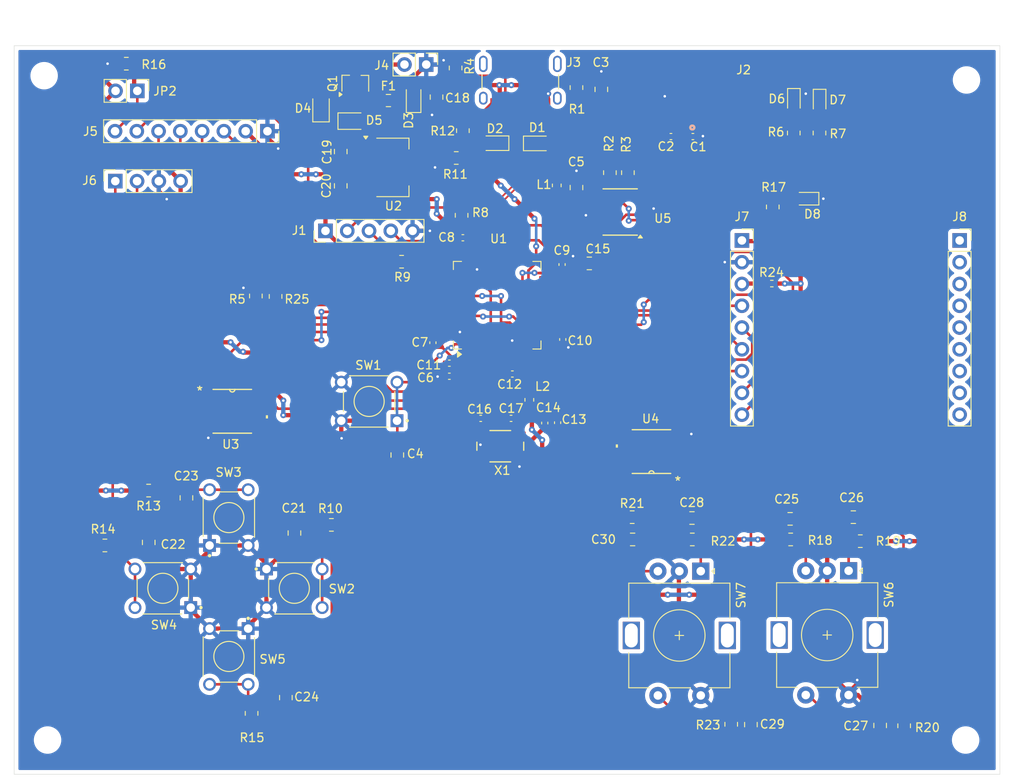
<source format=kicad_pcb>
(kicad_pcb (version 20240108) (generator "pcbnew") (generator_version "8.0")
  (layers (0 "F.Cu" signal) (31 "B.Cu" power) (34 "B.Paste" user) (35 "F.Paste" user) (36 "B.SilkS" user "B.Silkscreen") (37 "F.SilkS" user "F.Silkscreen") (38 "B.Mask" user) (39 "F.Mask" user) (44 "Edge.Cuts" user))
  (net 0 "")
  (net 1 "Net-(J2-VBUS)")
  (net 2 "GND")
  (net 3 "+3.3V")
  (net 4 "+3.3VA")
  (net 5 "/SPI3_nCS")
  (net 6 "Net-(D7-A)")
  (net 7 "Net-(D8-A)")
  (net 10 "+5V")
  (net 12 "/SWDIO")
  (net 13 "/I2C1_SCL")
  (net 14 "/I2C1_SDA")
  (net 15 "/SPI3_MOSI")
  (net 16 "/SPI3_SCK")
  (net 17 "Net-(J3-CC2)")
  (net 18 "/SPI1_MOSI")
  (net 19 "/SPI1_SCK")
  (net 20 "/SPI1_nCS")
  (net 21 "Net-(J3-CC1)")
  (net 31 "/SPI1_MISO")
  (net 32 "VBUS")
  (net 33 "/ADC_VOLTAGE")
  (net 34 "/PUSH_BTN3")
  (net 35 "/USART_TX")
  (net 36 "/PUSH_BTN4")
  (net 37 "/USART_RX")
  (net 38 "/PUSH_BTN2")
  (net 39 "/PUSH_BTN1")
  (net 40 "/SWCLK")
  (net 41 "/TIM2_CH2")
  (net 42 "/TIM2_CH1")
  (net 43 "/ENC2_BTN")
  (net 44 "/ENC1_BTN")
  (net 50 "/BOOT0")
  (net 51 "Net-(J5-Pin_8)")
  (net 52 "/HB_LED")
  (net 53 "/MCU_LED")
  (net 54 "/nRST")
  (net 55 "/OSC_IN")
  (net 56 "/OSC_OUT")
  (net 57 "/REG_IN")
  (net 58 "/V_USB")
  (net 59 "/V_BAT")
  (net 60 "/USB_OTG_FS-")
  (net 61 "/USB_OTG_FS+")
  (net 62 "/D-")
  (net 63 "/D+")
  (net 64 "/USBD-")
  (net 65 "/USBD+")
  (net 66 "Net-(D6-A)")
  (net 67 "/SW2")
  (net 68 "/TIM4_CH2")
  (net 69 "/SW3")
  (net 70 "/SW4")
  (net 71 "/SW5")
  (net 72 "/TIM4_CH1")
  (net 73 "/ENC1_A")
  (net 74 "/ENC1_C")
  (net 75 "/RFM_G0")
  (net 76 "/RFM_nRST")
  (net 77 "/ST7735_DC")
  (net 78 "/ST7735_nRST")
  (net 79 "/ENC2_A")
  (net 80 "/ENC2_C")
  (net 81 "/ENC1_SW")
  (net 82 "/ENC2_SW")
  (net 83 "Net-(U5-3V3OUT)")
  (net 84 "Net-(U1-VCAP1)")
  (net 85 "Net-(J7-Pin_3)")
  (net 86 "Net-(U5-VCC)")
  (footprint "Capacitor_SMD:C_0402_1005Metric" (layer "F.Cu") (at 112.18 43.6)
    (property "Reference" "C1")
    (property "Value" "47p")
  )
  (footprint "Resistor_SMD:R_0805_2012Metric" (layer "F.Cu") (at 123.95 43.1875 -90)
    (property "Reference" "R6")
    (property "Value" "660")
  )
  (footprint "Package_TO_SOT_SMD:TSOT-23_HandSoldering" (layer "F.Cu") (at 72.8 37.41 90)
    (property "Reference" "Q1")
    (property "Value" "PMOS")
  )
  (footprint "Capacitor_SMD:C_0805_2012Metric" (layer "F.Cu") (at 134.025 112.3 90)
    (property "Reference" "C27")
    (property "Value" "100n")
  )
  (footprint "Resistor_SMD:R_0805_2012Metric" (layer "F.Cu") (at 98.6 37.8875 -90)
    (property "Reference" "R1")
    (property "Value" "5k")
  )
  (footprint "Resistor_SMD:R_0805_2012Metric" (layer "F.Cu") (at 46.0875 35.1 180)
    (property "Reference" "R16")
    (property "Value" "10k")
  )
  (footprint "Resistor_SMD:R_0805_2012Metric" (layer "F.Cu") (at 136.825 112.3375 90)
    (property "Reference" "R20")
    (property "Value" "4.7K")
  )
  (footprint "Capacitor_SMD:C_0805_2012Metric" (layer "F.Cu") (at 123.525 88.2 180)
    (property "Reference" "C25")
    (property "Value" "100n")
  )
  (footprint "SN74ALVC14PWR:PW14" (layer "F.Cu") (at 58.45 75.65)
    (property "Reference" "U3")
    (property "Value" "SN74ALVC14PWR")
  )
  (footprint "Capacitor_SMD:C_0805_2012Metric" (layer "F.Cu") (at 82.275 39 90)
    (property "Reference" "C18")
    (property "Value" "100n")
  )
  (footprint "Inductor_SMD:L_0603_1608Metric" (layer "F.Cu") (at 96.3 49.3 -90)
    (property "Reference" "L1")
    (property "Value" "120R")
  )
  (footprint "Capacitor_SMD:C_0805_2012Metric" (layer "F.Cu") (at 48.7 90.95 90)
    (property "Reference" "C22")
    (property "Value" "100n")
  )
  (footprint "project_library:SW_1825910-6-4" (layer "F.Cu") (at 58.05 88.05 90)
    (property "Reference" "SW3")
    (property "Value" "RST_BTN")
  )
  (footprint "Resistor_SMD:R_0805_2012Metric" (layer "F.Cu") (at 85.2 52.7875 90)
    (property "Reference" "R8")
    (property "Value" "100k")
  )
  (footprint "Capacitor_SMD:C_0402_1005Metric" (layer "F.Cu") (at 85.347894 55.405734 180)
    (property "Reference" "C8")
    (property "Value" "100n")
  )
  (footprint "Inductor_SMD:L_0603_1608Metric" (layer "F.Cu") (at 93.1 74.3125 -90)
    (property "Reference" "L2")
    (property "Value" "120R")
  )
  (footprint "Connector_PinSocket_2.54mm:PinSocket_1x04_P2.54mm_Vertical" (layer "F.Cu") (at 44.8 48.8 90)
    (property "Reference" "J6")
    (property "Value" "Conn_01x04_Socket")
  )
  (footprint "Connector_PinSocket_2.54mm:PinSocket_1x09_P2.54mm_Vertical" (layer "F.Cu") (at 143.3 55.72)
    (property "Reference" "J8")
    (property "Value" "Conn_01x09_Socket")
  )
  (footprint "Resistor_SMD:R_0805_2012Metric" (layer "F.Cu") (at 112.1125 90.6)
    (property "Reference" "R22")
    (property "Value" "4.7K")
  )
  (footprint "Capacitor_SMD:C_0805_2012Metric" (layer "F.Cu") (at 77.7 80.75 90)
    (property "Reference" "C4")
    (property "Value" "100n")
  )
  (footprint "Resistor_SMD:R_0805_2012Metric" (layer "F.Cu") (at 104.6 47.8125 90)
    (property "Reference" "R3")
    (property "Value" "47")
  )
  (footprint "project_library:SW_1825910-6-4" (layer "F.Cu") (at 65.685 96.3)
    (property "Reference" "SW2")
    (property "Value" "RST_BTN")
  )
  (footprint "Resistor_SMD:R_0805_2012Metric" (layer "F.Cu") (at 102.5 47.8125 -90)
    (property "Reference" "R2")
    (property "Value" "47")
  )
  (footprint "Connector_PinHeader_2.54mm:PinHeader_1x02_P2.54mm_Vertical" (layer "F.Cu") (at 81.075 35.2 -90)
    (property "Reference" "J4")
    (property "Value" "Conn_01x02_Socket")
  )
  (footprint "Capacitor_SMD:C_0805_2012Metric" (layer "F.Cu") (at 112.075 88.1)
    (property "Reference" "C28")
    (property "Value" "100n")
  )
  (footprint "Diode_SMD:D_SOD-323" (layer "F.Cu") (at 89.1 44.375 180)
    (property "Reference" "D2")
    (property "Value" "DP_TVS")
  )
  (footprint "project_library:SW_1825910-6-4" (layer "F.Cu") (at 58.05 104.25 -90)
    (property "Reference" "SW5")
    (property "Value" "RST_BTN")
  )
  (footprint "Package_SO:SSOP-16_3.9x4.9mm_P0.635mm" (layer "F.Cu") (at 103.7 52.4 180)
    (property "Reference" "U5")
    (property "Value" "FT230XS")
  )
  (footprint "project_library:SW_1825910-6-4" (layer "F.Cu") (at 50.35 96.3 180)
    (property "Reference" "SW4")
    (property "Value" "RST_BTN")
  )
  (footprint "Resistor_SMD:R_0805_2012Metric" (layer "F.Cu") (at 60.7 110.8875 90)
    (property "Reference" "R15")
    (property "Value" "4.7K")
  )
  (footprint "Capacitor_SMD:C_0805_2012Metric" (layer "F.Cu") (at 71.1 49.35 90)
    (property "Reference" "C20")
    (property "Value" "1u")
  )
  (footprint "Capacitor_SMD:C_0805_2012Metric" (layer "F.Cu") (at 65.7 89.85 90)
    (property "Reference" "C21")
    (property "Value" "100n")
  )
  (footprint "MountingHole:MountingHole_2.7mm_M2.5" (layer "F.Cu") (at 36.5 36.5)
    (property "Reference" "H1" (hide yes))
    (property "Value" "MountingHole")
  )
  (footprint "Resistor_SMD:R_0805_2012Metric" (layer "F.Cu") (at 48.6875 84.9 180)
    (property "Reference" "R13")
    (property "Value" "4.7K")
  )
  (footprint "Resistor_SMD:R_0805_2012Metric" (layer "F.Cu") (at 61.2 62.2 -90)
    (property "Reference" "R5")
    (property "Value" "10k")
  )
  (footprint "Capacitor_SMD:C_0805_2012Metric" (layer "F.Cu") (at 101.5 38.1 -90)
    (property "Reference" "C3")
    (property "Value" "100n")
  )
  (footprint "Capacitor_SMD:C_0402_1005Metric" (layer "F.Cu") (at 109.62 43.6 180)
    (property "Reference" "C2")
    (property "Value" "47p")
  )
  (footprint "Connector_PinSocket_2.54mm:PinSocket_1x08_P2.54mm_Vertical" (layer "F.Cu") (at 62.55 42.975 -90)
    (property "Reference" "J5")
    (property "Value" "Conn_01x08_Socket")
  )
  (footprint "LED_SMD:LED_0603_1608Metric" (layer "F.Cu") (at 126.9625 39.575 -90)
    (property "Reference" "D7")
    (property "Value" "MCU_LED")
  )
  (footprint "Capacitor_SMD:C_0805_2012Metric" (layer "F.Cu") (at 98.6 49.55 90)
    (property "Reference" "C5")
    (property "Value" "100n")
  )
  (footprint "Package_QFP:LQFP-64_10x10mm_P0.5mm" (layer "F.Cu") (at 89.35 63.275 90)
    (property "Reference" "U1")
    (property "Value" "STM32F411RETx")
  )
  (footprint "Fuse:Fuse_0805_2012Metric" (layer "F.Cu") (at 76.6625 39.4 180)
    (property "Reference" "F1")
    (property "Value" "VBUS_FUSE")
  )
  (footprint "Diode_SMD:D_0805_2012Metric" (layer "F.Cu") (at 72.4625 41.8)
    (property "Reference" "D5")
    (property "Value" "VBUS_RP")
  )
  (footprint "Resistor_SMD:R_0805_2012Metric" (layer "F.Cu") (at 121.5 51.8125 -90)
    (property "Reference" "R17")
    (property "Value" "660")
  )
  (footprint "Connector_PinSocket_2.54mm:PinSocket_1x09_P2.54mm_Vertical" (layer "F.Cu") (at 117.9 55.72)
    (property "Reference" "J7")
    (property "Value" "Conn_01x09_Socket")
  )
  (footprint "Resistor_SMD:R_0805_2012Metric" (layer "F.Cu") (at 84.5 35.6 90)
    (property "Reference" "R4")
    (property "Value" "5k")
  )
  (footprint "Resistor_SMD:R_0805_2012Metric" (layer "F.Cu") (at 70.0125 88.9)
    (property "Reference" "R10")
    (property "Value" "4.7K")
  )
  (footprint "Capacitor_SMD:C_0402_1005Metric" (layer "F.Cu") (at 87.43 76.475 180)
    (property "Reference" "C16")
    (property "Value" "10p")
  )
  (footprint "Capacitor_SMD:C_0805_2012Metric" (layer "F.Cu") (at 64.7 109.05 90)
    (property "Reference" "C24")
    (property "Value" "100n")
  )
  (footprint "project_library:SW_1825910-6-4" (layer "F.Cu") (at 74.415 74.5 180)
    (property "Reference" "SW1")
    (property "Value" "RST_BTN")
  )
  (footprint "MountingHole:MountingHole_2.7mm_M2.5" (layer "F.Cu") (at 36.9 114)
    (property "Reference" "H2" (hide yes))
    (property "Value" "MountingHole")
  )
  (footprint "MountingHole:MountingHole_2.7mm_M2.5" (layer "F.Cu") (at 144 114)
    (property "Reference" "H4" (hide yes))
    (property "Value" "MountingHole")
  )
  (footprint "Diode_SMD:D_SOD-323" (layer "F.Cu") (at 94.025 44.4)
    (property "Reference" "D1")
    (property "Value" "DN_TVS")
  )
  (footprint "MountingHole:MountingHole_2.7mm_M2.5" (layer "F.Cu") (at 144.1 37)
    (property "Reference" "H3" (hide yes))
    (property "Value" "MountingHole")
  )
  (footprint "Capacitor_SMD:C_0402_1005Metric" (layer "F.Cu") (at 81.85 67.65 -90)
    (property "Reference" "C7")
    (property "Value" "100n")
  )
  (footprint "Capacitor_SMD:C_0402_1005Metric" (layer "F.Cu") (at 97 67.27 90)
    (property "Reference" "C10")
    (property "Value" "100n")
  )
  (footprint "Resistor_SMD:R_0805_2012Metric" (layer "F.Cu") (at 85.35 42.9125 90)
    (property "Reference" "R12")
    (property "Value" "1.2k")
  )
  (footprint "Resistor_SMD:R_0805_2012Metric" (layer "F.Cu") (at 123.5875 90.6 180)
    (property "Reference" "R18")
    (property "Value" "4.7K")
  )
  (footprint "Connector_PinHeader_2.54mm:PinHeader_1x02_P2.54mm_Vertical" (layer "F.Cu") (at 47.37 38.27 -90)
    (property "Reference" "JP2")
    (property "Value" "Jumper_2_Bridged")
  )
  (footprint "Capacitor_SMD:C_0402_1005Metric" (layer "F.Cu") (at 96.4 76.98 -90)
    (property "Reference" "C13")
    (property "Value" "1u")
  )
  (footprint "project_library:SMD_ECS-80-10-3M-TR_ECS" (layer "F.Cu") (at 89.7148 79.725)
    (property "Reference" "X1")
    (property "Value" "8MHZ")
  )
  (footprint "Capacitor_SMD:C_0805_2012Metric" (layer "F.Cu") (at 118.95 112.2 90)
    (property "Reference" "C29")
    (property "Value" "100n")
  )
  (footprint "Package_TO_SOT_SMD:SOT-223-3_TabPin2" (layer "F.Cu") (at 77.15 47.2)
    (property "Reference" "U2")
    (property "Value" "TC1262-33")
  )
  (footprint "Capacitor_SMD:C_0805_2012Metric" (layer "F.Cu") (at 130.9 88 180)
    (property "Reference" "C26")
    (property "Value" "100n")
  )
  (footprint "Resistor_SMD:R_0805_2012Metric" (layer "F.Cu") (at 105.1 88 180)
    (property "Reference" "R21")
    (property "Value" "4.7K")
  )
  (footprint "Capacitor_SMD:C_0402_1005Metric" (layer "F.Cu") (at 94.9 77.02 -90)
    (property "Reference" "C14")
    (property "Value" "1u")
  )
  (footprint "Resistor_SMD:R_0805_2012Metric" (layer "F.Cu") (at 84.575 46.1)
    (property "Reference" "R11")
    (property "Value" "2.2k")
  )
  (footprint "Resistor_SMD:R_0805_2012Metric" (layer "F.Cu") (at 116.65 112.1625 -90)
    (property "Reference" "R23")
    (property "Value" "4.7K")
  )
  (footprint "Capacitor_SMD:C_0805_2012Metric" (layer "F.Cu") (at 71.1 45.35 -90)
    (property "Reference" "C19")
    (property "Value" "1u")
  )
  (footprint "Capacitor_SMD:C_0402_1005Metric" (layer "F.Cu") (at 90.97 76.475)
    (property "Reference" "C17")
    (property "Value" "10p")
  )
  (footprint "Capacitor_SMD:C_0402_1005Metric" (layer "F.Cu") (at 83.77 71.5625)
    (property "Reference" "C6")
    (property "Value" "4.7u")
  )
  (footprint "SN74ALVC14PWR:PW14" (layer "F.Cu") (at 107.35 80.35 180)
    (property "Reference" "U4")
    (property "Value" "SN74ALVC14PWR")
  )
  (footprint "LED_SMD:LED_0603_1608Metric" (layer "F.Cu") (at 123.9625 39.4825 -90)
    (property "Reference" "D6")
    (property "Value" "HEARTBEAT")
  )
  (footprint "Diode_SMD:D_SOD-323" (layer "F.Cu") (at 79.6 39.185 90)
    (property "Reference" "D3")
    (property "Value" "D_TVS_Small")
  )
  (footprint "LED_SMD:LED_0603_1608Metric" (layer "F.Cu") (at 125.3875 50.85 180)
    (property "Reference" "D8")
    (property "Value" "RFM_ON")
  )
  (footprint "Rotary_Encoder:RotaryEncoder_Alps_EC11E-Switch_Vertical_H20mm" (layer "F.Cu") (at 130.35 94.25 -90)
    (property "Reference" "SW6")
    (property "Value" "ENC1")
  )
  (footprint "Capacitor_SMD:C_0402_1005Metric" (layer "F.Cu") (at 91.12 71.3)
    (property "Reference" "C12")
    (property "Value" "100n")
  )
  (footprint "Resistor_SMD:R_0805_2012Metric" (layer "F.Cu") (at 63.5 62.25 -90)
    (property "Reference" "R25")
    (property "Value" "10k")
  )
  (footprint "Resistor_SMD:R_0805_2012Metric" (layer "F.Cu") (at 131.7125 90.8 180)
    (property "Reference" "R19")
    (property "Value" "4.7K")
  )
  (footprint "Resistor_SMD:R_0805_2012Metric" (layer "F.Cu") (at 78.2 58.2)
    (property "Reference" "R9")
    (property "Value" "100k")
  )
  (footprint "Diode_SMD:D_0805_2012Metric" (layer "F.Cu") (at 68.8 40.2 90)
    (property "Reference" "D4")
    (property "Value" "BAT_RP")
  )
  (footprint "Capacitor_SMD:C_0402_1005Metric" (layer "F.Cu") (at 96.920594 58.53 90)
    (property "Reference" "C9")
    (property "Value" "100n")
  )
  (footprint "Rotary_Encoder:RotaryEncoder_Alps_EC11E-Switch_Vertical_H20mm" (layer "F.Cu") (at 113.1 94.3 -90)
    (property "Reference" "SW7")
    (property "Value" "ENC2")
  )
  (footprint "Capacitor_SMD:C_0805_2012Metric" (layer "F.Cu") (at 100.1 58.4 180)
    (property "Reference" "C15")
    (property "Value" "4.7u")
  )
  (footprint "project_library:CONN5_USB1734035_NP_TEC" (layer "F.Cu") (at 110.5 36.2 180)
    (property "Reference" "J2")
    (property "Value" "UART")
  )
  (footprint "project_library:AMPHENOL_GSB1C411101DS1HR" (layer "F.Cu") (at 92.05 35.125 180)
    (property "Reference" "J3")
    (property "Value" "GSB1C411101DS1HR")
  )
  (footprint "Capacitor_SMD:C_0805_2012Metric" (layer "F.Cu") (at 53.1 85.75 90)
    (property "Reference" "C23")
    (property "Value" "100n")
  )
  (footprint "Connector_PinHeader_2.54mm:PinHeader_1x05_P2.54mm_Vertical" (layer "F.Cu") (at 69.32 54.6 90)
    (property "Reference" "J1")
    (property "Value" "Conn_01x05_Pin")
  )
  (footprint "Resistor_SMD:R_0805_2012Metric" (layer "F.Cu") (at 43.5875 91.3 180)
    (property "Reference" "R14")
    (property "Value" "4.7K")
  )
  (footprint "Capacitor_SMD:C_0402_1005Metric" (layer "F.Cu") (at 83.77 70.0375)
    (property "Reference" "C11")
    (property "Value" "100n" (hide yes))
  )
  (footprint "Capacitor_SMD:C_0805_2012Metric" (layer "F.Cu") (at 105.15 90.6 180)
    (property "Reference" "C30")
    (property "Value" "100n")
  )
  (footprint "Resistor_SMD:R_0402_1005Metric" (layer "F.Cu") (at 121.39 60.75)
    (property "Reference" "R24")
    (property "Value" "10k")
  )
  (footprint "Resistor_SMD:R_0805_2012Metric" (layer "F.Cu") (at 126.95 43.1875 -90)
    (property "Reference" "R7")
    (property "Value" "660")
  )
  (gr_rect (start 33 33) (end 148 118) (stroke (width 0.05)) (fill none) (layer "Edge.Cuts"))
  (segment (start 101.5 41.378122) (end 101.339061 41.539061) (width 0.5) (layer "F.Cu") (net 1))
  (segment (start 112.099999 39.0053) (end 111.194699 38.1) (width 0.5) (layer "F.Cu") (net 1))
  (segment (start 96.3 46.578122) (end 101.339061 41.539061) (width 0.5) (layer "F.Cu") (net 1))
  (segment (start 96.3 46.578122) (end 96.3 48.5125) (width 0.5) (layer "F.Cu") (net 1))
  (segment (start 101.5 39.05) (end 101.5 41.378122) (width 0.5) (layer "F.Cu") (net 1))
  (segment (start 105.1 37.4) (end 103.45 39.05) (width 0.5) (layer "F.Cu") (net 1))
  (segment (start 103.45 39.05) (end 101.5 39.05) (width 0.5) (layer "F.Cu") (net 1))
  (segment (start 110.45 37.4) (end 105.1 37.4) (width 0.5) (layer "F.Cu") (net 1))
  (segment (start 111.194699 38.1) (end 111.15 38.1) (width 0.5) (layer "F.Cu") (net 1))
  (segment (start 111.15 38.1) (end 110.45 37.4) (width 0.5) (layer "F.Cu") (net 1))
  (segment (start 112.099999 40.661) (end 112.099999 39.0053) (width 0.5) (layer "F.Cu") (net 1))
  (segment (start 62.435 98.55) (end 62.435 94.05) (width 0.5) (layer "F.Cu") (net 2))
  (segment (start 108.900001 40.661) (end 108.900001 38.900001) (width 0.5) (layer "F.Cu") (net 2))
  (segment (start 110.55 106.25) (end 113.1 108.8) (width 0.5) (layer "F.Cu") (net 2))
  (segment (start 96.075 66.525) (end 96.34 66.79) (width 0.3) (layer "F.Cu") (net 2))
  (segment (start 48.8 91.9) (end 50.95 94.05) (width 0.5) (layer "F.Cu") (net 2))
  (segment (start 99.15 58.4) (end 99.05 58.4) (width 0.5) (layer "F.Cu") (net 2))
  (segment (start 79.6 36.675) (end 79.6 38.135) (width 0.5) (layer "F.Cu") (net 2))
  (segment (start 62.45 94.05) (end 62.435 94.05) (width 0.3) (layer "F.Cu") (net 2))
  (segment (start 90.64 71.3) (end 90.64 70.990001) (width 0.3) (layer "F.Cu") (net 2))
  (segment (start 118.95 113.15) (end 120.7 113.15) (width 0.5) (layer "F.Cu") (net 2))
  (segment (start 55.6306 77.599999) (end 55.6306 78.7306) (width 0.5) (layer "F.Cu") (net 2))
  (segment (start 110.6 94.3) (end 106.9 90.6) (width 0.5) (layer "F.Cu") (net 2))
  (segment (start 82.08 67.17) (end 81.85 67.17) (width 0.3) (layer "F.Cu") (net 2))
  (segment (start 88.05 43.5) (end 86.55 42) (width 0.5) (layer "F.Cu") (net 2))
  (segment (start 53.6 98.55) (end 53.6 98.8) (width 0.5) (layer "F.Cu") (net 2))
  (segment (start 91.5648 80.825) (end 91.575 80.825) (width 0.5) (layer "F.Cu") (net 2))
  (segment (start 110.8 78.4) (end 111.9 78.4) (width 0.5) (layer "F.Cu") (net 2))
  (segment (start 98.54 59.01) (end 96.920594 59.01) (width 0.5) (layer "F.Cu") (net 2))
  (segment (start 113.3 43.6) (end 113.35 43.55) (width 0.5) (layer "F.Cu") (net 2))
  (segment (start 87.4796 78.475) (end 87.4796 79.4704) (width 0.5) (layer "F.Cu") (net 2))
  (segment (start 82.275 40.55) (end 81.75 41.075) (width 0.5) (layer "F.Cu") (net 2))
  (segment (start 83.675 66.525) (end 82.725 66.525) (width 0.3) (layer "F.Cu") (net 2))
  (segment (start 55.8 91.3) (end 55.8 89.4) (width 0.5) (layer "F.Cu") (net 2))
  (segment (start 83.1125 34.6875) (end 83.1 34.7) (width 0.5) (layer "F.Cu") (net 2))
  (segment (start 71.165 78.765) (end 71.2 78.8) (width 0.5) (layer "F.Cu") (net 2))
  (segment (start 53.6 98.8) (end 55.8 101) (width 0.5) (layer "F.Cu") (net 2))
  (segment (start 127.75 105.85) (end 130.35 108.45) (width 0.5) (layer "F.Cu") (net 2))
  (segment (start 87.91 78.5798) (end 87.8648 78.625) (width 0.5) (layer "F.Cu") (net 2))
  (segment (start 55.8 101) (end 60.3 101) (width 0.5) (layer "F.Cu") (net 2))
  (segment (start 86.1 55.67784) (end 86.1 57.6) (width 0.3) (layer "F.Cu") (net 2))
  (segment (start 131.35 107) (end 131.35 107.45) (width 0.5) (layer "F.Cu") (net 2))
  (segment (start 127.85 93.95) (end 127.85 90.1) (width 0.5) (layer "F.Cu") (net 2))
  (segment (start 96.34 67.39) (end 96.7 67.75) (width 0.3) (layer "F.Cu") (net 2))
  (segment (start 122.6 107.6) (end 124.35 105.85) (width 0.5) (layer "F.Cu") (net 2))
  (segment (start 82.275 39.95) (end 82.275 40.55) (width 0.5) (layer "F.Cu") (net 2))
  (segment (start 108.900001 40.661) (end 108.900001 43.360001) (width 0.5) (layer "F.Cu") (net 2))
  (segment (start 95.075 44.4) (end 100.15 39.325) (width 0.5) (layer "F.Cu") (net 2))
  (segment (start 83.29 70.0375) (end 83.29 71.5625) (width 0.3) (layer "F.Cu") (net 2))
  (segment (start 95.25 39.7) (end 95.25 38.65) (width 0.5) (layer "F.Cu") (net 2))
  (segment (start 84.5 34.6875) (end 83.1125 34.6875) (width 0.5) (layer "F.Cu") (net 2))
  (segment (start 86.1 57.6) (end 86.1 58.47812) (width 0.3) (layer "F.Cu") (net 2))
  (segment (start 98.6 48.6) (end 98.6 47.6) (width 0.5) (layer "F.Cu") (net 2))
  (segment (start 95.25 38.65) (end 95.3 38.6) (width 0.5) (layer "F.Cu") (net 2))
  (segment (start 122.6 111.25) (end 122.6 107.6) (width 0.5) (layer "F.Cu") (net 2))
  (segment (start 88.05 44.375) (end 88.05 43.5) (width 0.5) (layer "F.Cu") (net 2))
  (segment (start 71.165 76.75) (end 72.75 76.75) (width 0.5) (layer "F.Cu") (net 2))
  (segment (start 62.435 93.435) (end 60.3 91.3) (width 0.5) (layer "F.Cu") (net 2))
  (segment (start 125.5375 38.7875) (end 125.35 38.6) (width 0.5) (layer "F.Cu") (net 2))
  (segment (start 98.775 37.15) (end 98.6 36.975) (width 0.5) (layer "F.Cu") (net 2))
  (segment (start 126.9625 38.7875) (end 125.5375 38.7875) (width 0.5) (layer "F.Cu") (net 2))
  (segment (start 55.6306 78.7306) (end 55.65 78.75) (width 0.5) (layer "F.Cu") (net 2))
  (segment (start 45.175 35.1) (end 43.9 35.1) (width 0.5) (layer "F.Cu") (net 2))
  (segment (start 123.9625 38.695) (end 125.255 38.695) (width 0.5) (layer "F.Cu") (net 2))
  (segment (start 74 47.2) (end 72 47.2) (width 0.5) (layer "F.Cu") (net 2))
  (segment (start 72.75 76.75) (end 77.7 81.7) (width 0.5) (layer "F.Cu") (net 2))
  (segment (start 49.88 49.98) (end 50.8 50.9) (width 0.5) (layer "F.Cu") (net 2))
  (segment (start 55.8 91.3) (end 55.8 91.85) (width 0.5) (layer "F.Cu") (net 2))
  (segment (start 117.9 58.26) (end 115.91 58.26) (width 0.5) (layer "F.Cu") (net 2))
  (segment (start 91.575 80.825) (end 94.9 77.5) (width 0.5) (layer "F.Cu") (net 2))
  (segment (start 110.55 94.35) (end 110.55 106.25) (width 0.5) (layer "F.Cu") (net 2))
  (segment (start 111.9 78.4) (end 112 78.3) (width 0.5) (layer "F.Cu") (net 2))
  (segment (start 127.85 93.95) (end 127.85 105.75) (width 0.5) (layer "F.Cu") (net 2))
  (segment (start 131.425 108.75) (end 134.025 111.35) (width 0.5) (layer "F.Cu") (net 2))
  (segment (start 96.7 67.75) (end 97 67.75) (width 0.3) (layer "F.Cu") (net 2))
  (segment (start 82.725 66.525) (end 82.08 67.17) (width 0.3) (layer "F.Cu") (net 2))
  (segment (start 95.025 66.525) (end 96.075 66.525) (width 0.3) (layer "F.Cu") (net 2))
  (segment (start 94.94 77.46) (end 94.9 77.5) (width 0.5) (layer "F.Cu") (net 2))
  (segment (start 127.85 90.1) (end 126.375 90.1) (width 0.5) (layer "F.Cu") (net 2))
  (segment (start 100.15 37.15) (end 98.775 37.15) (width 0.5) (layer "F.Cu") (net 2))
  (segment (start 53.6 94.05) (end 53.6 98.55) (width 0.5) (layer "F.Cu") (net 2))
  (segment (start 107.5175 52.0825) (end 107.6 52) (width 0.3) (layer "F.Cu") (net 2))
  (segment (start 86.55 42) (end 88.85 39.7) (width 0.5) (layer "F.Cu") (net 2))
  (segment (start 86.1 58.47812) (end 86.72188 59.1) (width 0.3) (layer "F.Cu") (net 2))
  (segment (start 97 67.61) (end 97.01 67.61) (width 0.3) (layer "F.Cu") (net 2))
  (segment (start 82.6 35.2) (end 83.1 34.7) (width 0.5) (layer "F.Cu") (net 2))
  (segment (start 72.3 47.2) (end 71.1 48.4) (width 0.5) (layer "F.Cu") (net 2))
  (segment (start 79.6 36.675) (end 81.075 35.2) (width 0.5) (layer "F.Cu") (net 2))
  (segment (start 50.95 94.05) (end 53.6 94.05) (width 0.5) (layer "F.Cu") (net 2))
  (segment (start 110.6 94.3) (end 110.55 94.35) (width 0.5) (layer "F.Cu") (net 2))
  (segment (start 130.35 108.75) (end 131.425 108.75) (width 0.5) (layer "F.Cu") (net 2))
  (segment (start 61.2 61.2875) (end 59.7875 61.2875) (width 0.5) (layer "F.Cu") (net 2))
  (segment (start 86.72188 59.1) (end 87 59.1) (width 0.3) (layer "F.Cu") (net 2))
  (segment (start 84.325 42) (end 82.275 39.95) (width 0.5) (layer "F.Cu") (net 2))
  (segment (start 60.3 103.7) (end 60.3 101) (width 0.5) (layer "F.Cu") (net 2))
  (segment (start 83.29 71.5625) (end 82.4375 71.5625) (width 0.3) (layer "F.Cu") (net 2))
  (segment (start 99.05 58.4) (end 98.2 57.55) (width 0.5) (layer "F.Cu") (net 2))
  (segment (start 97.2 67.75) (end 97.65 68.2) (width 0.3) (layer "F.Cu") (net 2))
  (segment (start 108.900001 38.900001) (end 108.9 38.9) (width 0.5) (layer "F.Cu") (net 2))
  (segment (start 100.15 39.325) (end 100.15 37.15) (width 0.5) (layer "F.Cu") (net 2))
  (segment (start 126.9625 39.255) (end 126.87 39.1625) (width 0.3) (layer "F.Cu") (net 2))
  (segment (start 91.1 70.530001) (end 91.1 68.95) (width 0.3) (layer "F.Cu") (net 2))
  (segment (start 131.35 107.45) (end 130.35 108.45) (width 0.5) (layer "F.Cu") (net 2))
  (segment (start 48.7 91.9) (end 48.8 91.9) (width 0.5) (layer "F.Cu") (net 2))
  (segment (start 74 47.2) (end 72.3 47.2) (width 0.5) (layer "F.Cu") (net 2))
  (segment (start 108.6 88.1) (end 111.125 88.1) (width 0.5) (layer "F.Cu") (net 2))
  (segment (start 99.765 52.7175) (end 99.7 52.7825) (width 0.3) (layer "F.Cu") (net 2))
  (segment (start 49.88 48.8) (end 49.88 49.98) (width 0.5) (layer "F.Cu") (net 2))
  (segment (start 60.3 91.3) (end 55.8 91.3) (width 0.5) (layer "F.Cu") (net 2))
  (segment (start 127.85 105.75) (end 127.75 105.85) (width 0.5) (layer "F.Cu") (net 2))
  (segment (start 60.3 100.685) (end 62.435 98.55) (width 0.5) (layer "F.Cu") (net 2))
  (segment (start 90.49 76.475) (end 87.91 76.475) (width 0.5) (layer "F.Cu") (net 2))
  (segment (start 95.905594 60.025) (end 96.920594 59.01) (width 0.3) (layer "F.Cu") (net 2))
  (segment (start 84.875 66.525) (end 85 66.4) (width 0.3) (layer "F.Cu") (net 2))
  (segment (start 64.7 108.1) (end 60.3 103.7) (width 0.5) (layer "F.Cu") (net 2))
  (segment (start 62.55 43.75) (end 63.8 45) (width 0.5) (layer "F.Cu") (net 2))
  (segment (start 99.15 58.4) (end 98.54 59.01) (width 0.5) (layer "F.Cu") (net 2))
  (segment (start 71.165 76.75) (end 71.165 78.765) (width 0.5) (layer "F.Cu") (net 2))
  (segment (start 96.34 66.79) (end 96.34 67.39) (width 0.3) (layer "F.Cu") (net 2))
  (segment (start 106.9 90.6) (end 106.1 90.6) (width 0.5) (layer "F.Cu") (net 2))
  (segment (start 126.375 90.1) (end 124.475 88.2) (width 0.5) (layer "F.Cu") (net 2))
  (segment (start 120.7 113.15) (end 122.6 111.25) (width 0.5) (layer "F.Cu") (net 2))
  (segment (start 87.91 76.475) (end 87.91 78.5798) (width 0.5) (layer "F.Cu") (net 2))
  (segment (start 85.35 42) (end 86.55 42) (width 0.5) (layer "F.Cu") (net 2))
  (segment (start 115.91 58.26) (end 115.9 58.25) (width 0.5) (layer "F.Cu") (net 2))
  (segment (start 125.255 38.695) (end 125.35 38.6) (width 0.5) (layer "F.Cu") (net 2))
  (segment (start 90.64 70.990001) (end 91.1 70.530001) (width 0.3) (layer "F.Cu") (net 2))
  (segment (start 106.1 90.6) (end 108.6 88.1) (width 0.5) (layer "F.Cu") (net 2))
  (segment (start 62.55 42.975) (end 62.55 43.75) (width 0.5) (layer "F.Cu") (net 2))
  (segment (start 82.4375 71.5625) (end 82.4 71.6) (width 0.3) (layer "F.Cu") (net 2))
  (segment (start 83.675 66.525) (end 84.875 66.525) (width 0.3) (layer "F.Cu") (net 2))
  (segment (start 80.3 47.2) (end 82.1 47.2) (width 0.5) (layer "F.Cu") (net 2))
  (segment (start 80.3 47.2) (end 74 47.2) (width 0.5) (layer "F.Cu") (net 2))
  (segment (start 91.95 80.975) (end 91.95 82.1) (width 0.5) (layer "F.Cu") (net 2))
  (segment (start 55.8 91.85) (end 53.6 94.05) (width 0.5) (layer "F.Cu") (net 2))
  (segment (start 129.75 88.2) (end 129.95 88) (width 0.3) (layer "F.Cu") (net 2))
  (segment (start 101.5 37.15) (end 101.5 36) (width 0.5) (layer "F.Cu") (net 2))
  (segment (start 110.55 94.35) (end 110.55 95.1) (width 0.5) (layer "F.Cu") (net 2))
  (segment (start 101.5 37.15) (end 100.15 37.15) (width 0.5) (layer "F.Cu") (net 2))
  (segment (start 112.66 43.6) (end 113.3 43.6) (width 0.5) (layer "F.Cu") (net 2))
  (segment (start 72 47.2) (end 71.1 46.3) (width 0.5) (layer "F.Cu") (net 2))
  (segment (start 79.48 54.6) (end 81.5 54.6) (width 0.5) (layer "F.Cu") (net 2))
  (segment (start 127.85 90.1) (end 129.95 88) (width 0.5) (layer "F.Cu") (net 2))
  (segment (start 85.35 42) (end 84.325 42) (width 0.5) (layer "F.Cu") (net 2))
  (segment (start 126.175 50.85) (end 127.4 50.85) (width 0.5) (layer "F.Cu") (net 2))
  (segment (start 59.7875 61.2875) (end 59.75 61.25) (width 0.5) (layer "F.Cu") (net 2))
  (segment (start 91.1 68.95) (end 91.1 67.4) (width 0.3) (layer "F.Cu") (net 2))
  (segment (start 97 67.75) (end 97.2 67.75) (width 0.3) (layer "F.Cu") (net 2))
  (segment (start 101.1 52.7175) (end 99.765 52.7175) (width 0.3) (layer "F.Cu") (net 2))
  (segment (start 87.4796 79.4704) (end 87.4 79.55) (width 0.5) (layer "F.Cu") (net 2))
  (segment (start 81.075 35.2) (end 82.6 35.2) (width 0.5) (layer "F.Cu") (net 2))
  (segment (start 65.7 90.8) (end 65.685 90.8) (width 0.5) (layer "F.Cu") (net 2))
  (segment (start 96.4 77.46) (end 94.94 77.46) (width 0.5) (layer "F.Cu") (net 2))
  (segment (start 106.3 52.0825) (end 107.5175 52.0825) (width 0.3) (layer "F.Cu") (net 2))
  (segment (start 60.3 101) (end 60.3 100.685) (width 0.5) (layer "F.Cu") (net 2))
  (segment (start 55.8 89.4) (end 53.1 86.7) (width 0.5) (layer "F.Cu") (net 2))
  (segment (start 62.435 94.05) (end 62.435 93.435) (width 0.5) (layer "F.Cu") (net 2))
  (segment (start 124.35 105.85) (end 127.75 105.85) (width 0.5) (layer "F.Cu") (net 2))
  (segment (start 95.025 60.025) (end 95.905594 60.025) (width 0.3) (layer "F.Cu") (net 2))
  (segment (start 108.900001 43.360001) (end 109.14 43.6) (width 0.5) (layer "F.Cu") (net 2))
  (segment (start 65.685 90.8) (end 62.435 94.05) (width 0.5) (layer "F.Cu") (net 2))
  (via (at 112 78.3) (size 0.7) (drill 0.3) (layers "F.Cu" "B.Cu") (net 2))
  (via (at 85 66.4) (size 0.7) (drill 0.3) (layers "F.Cu" "B.Cu") (net 2))
  (via (at 99.7 52.7825) (size 0.7) (drill 0.3) (layers "F.Cu" "B.Cu") (net 2))
  (via (at 81.75 41.075) (size 0.7) (drill 0.3) (layers "F.Cu" "B.Cu") (net 2))
  (via (at 98.2 57.55) (size 0.7) (drill 0.3) (layers "F.Cu" "B.Cu") (net 2))
  (via (at 107.6 52) (size 0.7) (drill 0.3) (layers "F.Cu" "B.Cu") (net 2))
  (via (at 59.75 61.25) (size 0.7) (drill 0.3) (layers "F.Cu" "B.Cu") (net 2))
  (via (at 95.3 38.6) (size 0.7) (drill 0.3) (layers "F.Cu" "B.Cu") (net 2))
  (via (at 91.95 82.1) (size 0.7) (drill 0.3) (layers "F.Cu" "B.Cu") (net 2))
  (via (at 87.4 79.55) (size 0.7) (drill 0.3) (layers "F.Cu" "B.Cu") (net 2))
  (via (at 82.1 47.2) (size 0.7) (drill 0.3) (layers "F.Cu" "B.Cu") (net 2))
  (via (at 131.35 107) (size 0.7) (drill 0.3) (layers "F.Cu" "B.Cu") (net 2))
  (via (at 91.1 67.4) (size 0.7) (drill 0.3) (layers "F.Cu" "B.Cu") (net 2))
  (via (at 108.9 38.9) (size 0.7) (drill 0.3) (layers "F.Cu" "B.Cu") (net 2))
  (via (at 43.9 35.1) (size 0.7) (drill 0.3) (layers "F.Cu" "B.Cu") (net 2))
  (via (at 127.4 50.85) (size 0.7) (drill 0.3) (layers "F.Cu" "B.Cu") (net 2))
  (via (at 82.4 71.6) (size 0.7) (drill 0.3) (layers "F.Cu" "B.Cu") (net 2))
  (via (at 71.2 78.8) (size 0.7) (drill 0.3) (layers "F.Cu" "B.Cu") (net 2))
  (via (at 81.5 54.6) (size 0.7) (drill 0.3) (layers "F.Cu" "B.Cu") (net 2))
  (via (at 97.65 68.2) (size 0.7) (drill 0.3) (layers "F.Cu" "B.Cu") (net 2))
  (via (at 113.35 43.55) (size 0.7) (drill 0.3) (layers "F.Cu" "B.Cu") (net 2))
  (via (at 50.8 50.9) (size 0.7) (drill 0.3) (layers "F.Cu" "B.Cu") (net 2))
  (via (at 63.8 45) (size 0.7) (drill 0.3) (layers "F.Cu" "B.Cu") (net 2))
  (via (at 125.35 38.6) (size 0.7) (drill 0.3) (layers "F.Cu" "B.Cu") (net 2))
  (via (at 55.65 78.75) (size 0.7) (drill 0.3) (layers "F.Cu" "B.Cu") (net 2))
  (via (at 101.5 36) (size 0.7) (drill 0.3) (layers "F.Cu" "B.Cu") (net 2))
  (via (at 87 59.1) (size 0.7) (drill 0.3) (layers "F.Cu" "B.Cu") (net 2))
  (via (at 83.1 34.7) (size 0.7) (drill 0.3) (layers "F.Cu" "B.Cu") (net 2))
  (via (at 98.6 47.6) (size 0.7) (drill 0.3) (layers "F.Cu" "B.Cu") (net 2))
  (via (at 115.9 58.25) (size 0.7) (drill 0.3) (layers "F.Cu" "B.Cu") (net 2))
  (segment (start 61.2694 73.700001) (end 63.700001 73.700001) (width 0.5) (layer "F.Cu") (net 3))
  (segment (start 47.775 84.9) (end 45.5 84.9) (width 0.5) (layer "F.Cu") (net 3))
  (segment (start 119.75 90.6) (end 122.675 90.6) (width 0.5) (layer "F.Cu") (net 3))
  (segment (start 85.3375 68.95) (end 84.25 70.0375) (width 0.3) (layer "F.Cu") (net 3))
  (segment (start 84.867894 56.867894) (end 84.867894 55.405734) (width 0.3) (layer "F.Cu") (net 3))
  (segment (start 43.918629 33.95) (end 43.1 34.768629) (width 0.5) (layer "F.Cu") (net 3))
  (segment (start 41 91.3) (end 42.675 91.3) (width 0.5) (layer "F.Cu") (net 3))
  (segment (start 124.75 59.95) (end 120.6 55.8) (width 0.5) (layer "F.Cu") (net 3))
  (segment (start 72.57 68.13) (end 71.9 68.8) (width 0.5) (layer "F.Cu") (net 3))
  (segment (start 135.025 115.05) (end 136.825 113.25) (width 0.5) (layer "F.Cu") (net 3))
  (segment (start 94.14688 66.025) (end 95.025 66.025) (width 0.3) (layer "F.Cu") (net 3))
  (segment (start 122.575 90.5) (end 122.675 90.6) (width 0.5) (layer "F.Cu") (net 3))
  (segment (start 93.4 77.8) (end 93.4 75.4) (width 0.5) (layer "F.Cu") (net 3))
  (segment (start 104.1875 88.5125) (end 104.1875 88) (width 0.5) (layer "F.Cu") (net 3))
  (segment (start 52.42 48.8) (end 52.42 50.2575) (width 0.5) (layer "F.Cu") (net 3))
  (segment (start 82.89 68.15) (end 84.25 69.51) (width 0.3) (layer "F.Cu") (net 3))
  (segment (start 74 49.5) (end 75.4 50.9) (width 0.5) (layer "F.Cu") (net 3))
  (segment (start 84.25 70.0375) (end 84.25 71.5625) (width 0.3) (layer "F.Cu") (net 3))
  (segment (start 93.1 75.1) (end 93.46 75.1) (width 0.5) (layer "F.Cu") (net 3))
  (segment (start 144 81.6) (end 144 90.8) (width 0.5) (layer "F.Cu") (net 3))
  (segment (start 78.1 106.95) (end 78.1 88.9) (width 0.5) (layer "F.Cu") (net 3))
  (segment (start 118.625 115.05) (end 135.025 115.05) (width 0.5) (layer "F.Cu") (net 3))
  (segment (start 98.24 66.79) (end 97 66.79) (width 0.5) (layer "F.Cu") (net 3))
  (segment (start 83.4 53.7) (end 82.3 52.6) (width 0.5) (layer "F.Cu") (net 3))
  (segment (start 65.3 76.1) (end 64.4 76.1) (width 0.5) (layer "F.Cu") (net 3))
  (segment (start 124.75 62.35) (end 124.75 60.75) (width 0.5) (layer "F.Cu") (net 3))
  (segment (start 84.25 69.51) (end 84.25 70.0375) (width 0.3) (layer "F.Cu") (net 3))
  (segment (start 69.32 48) (end 69.32 44.62) (width 0.5) (layer "F.Cu") (net 3))
  (segment (start 109.25 97.05) (end 100.6 97.05) (width 0.5) (layer "F.Cu") (net 3))
  (segment (start 38.3 84.9) (end 38.3 88.6) (width 0.5) (layer "F.Cu") (net 3))
  (segment (start 58.65 33.95) (end 43.918629 33.95) (width 0.5) (layer "F.Cu") (net 3))
  (segment (start 136.825 113.25) (end 144 106.075) (width 0.5) (layer "F.Cu") (net 3))
  (segment (start 63.5 61.3375) (end 63.1375 61.3375) (width 0.3) (layer "F.Cu") (net 3))
  (segment (start 69.32 52.08) (end 69.32 48) (width 0.5) (layer "F.Cu") (net 3))
  (segment (start 78.1 88.9) (end 65.3 76.1) (width 0.5) (layer "F.Cu") (net 3))
  (segment (start 94.6 80.408266) (end 94.6 79) (width 0.5) (layer "F.Cu") (net 3))
  (segment (start 126.3 72.45) (end 120.35 78.4) (width 0.5) (layer "F.Cu") (net 3))
  (segment (start 96.491735 82.299999) (end 104.5306 82.299999) (width 0.5) (layer "F.Cu") (net 3))
  (segment (start 73.2 50.3) (end 74 49.5) (width 0.5) (layer "F.Cu") (net 3))
  (segment (start 75.4 50.9) (end 82.3 50.9) (width 0.5) (layer "F.Cu") (net 3))
  (segment (start 93.4 75.4) (end 93.1 75.1) (width 0.5) (layer "F.Cu") (net 3))
  (segment (start 41.6 41.5) (end 44.83 38.27) (width 0.5) (layer "F.Cu") (net 3))
  (segment (start 116.65 113.075) (end 103.525 113.075) (width 0.5) (layer "F.Cu") (net 3))
  (segment (start 38.2 41.85) (end 38.2 67.7) (width 0.5) (layer "F.Cu") (net 3))
  (segment (start 144 106.075) (end 144 90.8) (width 0.5) (layer "F.Cu") (net 3))
  (segment (start 100.6 110.15) (end 100.6 97.05) (width 0.5) (layer "F.Cu") (net 3))
  (segment (start 81.85 68.13) (end 82.87 68.13) (width 0.5) (layer "F.Cu") (net 3))
  (segment (start 49.87 46.25) (end 43.3 46.25) (width 0.5) (layer "F.Cu") (net 3))
  (segment (start 82.87 68.13) (end 82.89 68.15) (width 0.5) (layer "F.Cu") (net 3))
  (segment (start 132.625 90.8) (end 135.85 90.8) (width 0.5) (layer "F.Cu") (net 3))
  (segment (start 43.3 46.25) (end 41.6 44.55) (width 0.5) (layer "F.Cu") (net 3))
  (segment (start 92.3 64.17812) (end 94.14688 66.025) (width 0.3) (layer "F.Cu") (net 3))
  (segment (start 84.867894 54.032106) (end 84.867894 55.405734) (width 0.5) (layer "F.Cu") (net 3))
  (segment (start 114.7 97.05) (end 111.75 97.05) (width 0.5) (layer "F.Cu") (net 3))
  (segment (start 113.2 90.675) (end 113.025 90.5) (width 0.3) (layer "F.Cu") (net 3))
  (segment (start 121.5 54.7) (end 121.5 52.725) (width 0.5) (layer "F.Cu") (net 3))
  (segment (start 63.700001 73.700001) (end 64.4 74.4) (width 0.5) (layer "F.Cu") (net 3))
  (segment (start 85.6 68.95) (end 85.3375 68.95) (width 0.3) (layer "F.Cu") (net 3))
  (segment (start 77.2875 58.2) (end 72.92 58.2) (width 0.5) (layer "F.Cu") (net 3))
  (segment (start 93.725 59.525) (end 93.7 59.5) (width 0.3) (layer "F.Cu") (net 3))
  (segment (start 96.491734 82.3) (end 95.445867 81.254133) (width 0.5) (layer "F.Cu") (net 3))
  (segment (start 82.89 68.15) (end 82.89 67.81) (width 0.3) (layer "F.Cu") (net 3))
  (segment (start 115.85 90.6) (end 116.2 90.6) (width 0.5) (layer "F.Cu") (net 3))
  (segment (start 117.8925 55.7125) (end 117.9 55.72) (width 0.5) (layer "F.Cu") (net 3))
  (segment (start 117.98 55.8) (end 117.9 55.72) (width 0.5) (layer "F.Cu") (net 3))
  (segment (start 81.85 68.13) (end 72.57 68.13) (width 0.5) (layer "F.Cu") (net 3))
  (segment (start 97 66.742893) (end 97 66.79) (width 0.3) (layer "F.Cu") (net 3))
  (segment (start 52.42 50.2575) (end 63.5 61.3375) (width 0.5) (layer "F.Cu") (net 3))
  (segment (start 115.85 95.9) (end 114.7 97.05) (width 0.5) (layer "F.Cu") (net 3))
  (segment (start 42.675 91.3) (end 42.675 103.325) (width 0.5) (layer "F.Cu") (net 3))
  (segment (start 43.1 36.54) (end 44.83 38.27) (width 0.5) (layer "F.Cu") (net 3))
  (segment (start 103.525 113.075) (end 100.6 110.15) (width 0.5) (layer "F.Cu") (net 3))
  (segment (start 38.3 84.9) (end 43.7 84.9) (width 0.5) (layer "F.Cu") (net 3))
  (segment (start 134.85 72.45) (end 126.3 72.45) (width 0.5) (layer "F.Cu") (net 3))
  (segment (start 100.6 91.5875) (end 104.1875 88) (width 0.5) (layer "F.Cu") (net 3))
  (segment (start 95.445867 81.254133) (end 94.6 80.408266) (width 0.5) (layer "F.Cu") (net 3))
  (segment (start 105.65 74.2) (end 98.24 66.79) (width 0.5) (layer "F.Cu") (net 3))
  (segment (start 120.6 55.8) (end 117.98 55.8) (width 0.5) (layer "F.Cu") (net 3))
  (segment (start 115.85 90.6) (end 115.85 95.9) (width 0.5) (layer "F.Cu") (net 3))
  (segment (start 38.3 88.6) (end 41 91.3) (width 0.5) (layer "F.Cu") (net 3))
  (segment (start 115.45 78.4) (end 111.25 74.2) (width 0.5) (layer "F.Cu") (net 3))
  (segment (start 42.675 103.325) (end 51.15 111.8) (width 0.5) (layer "F.Cu") (net 3))
  (segment (start 87.8 88.9) (end 95.445867 81.254133) (width 0.5) (layer "F.Cu") (net 3))
  (segment (start 120.6 55.6) (end 121.5 54.7) (width 0.5) (layer "F.Cu") (net 3))
  (segment (start 78.1 88.9) (end 87.8 88.9) (width 0.5) (layer "F.Cu") (net 3))
  (segment (start 69.32 44.62) (end 58.65 33.95) (width 0.5) (layer "F.Cu") (net 3))
  (segment (start 69.3 54.58) (end 69.32 54.6) (width 0.5) (layer "F.Cu") (net 3))
  (segment (start 65.035 48) (end 60.01 42.975) (width 0.5) (layer "F.Cu") (net 3))
  (segment (start 134.85 72.45) (end 124.75 62.35) (width 0.5) (layer "F.Cu") (net 3))
  (segment (start 95.025 66.025) (end 96.282107 66.025) (width 0.3) (layer "F.Cu") (net 3))
  (segment (start 113.025 90.6) (end 115.85 90.6) (width 0.5) (layer "F.Cu") (net 3))
  (segment (start 92.3 59.5) (end 92.3 64.17812) (width 0.3) (layer "F.Cu") (net 3))
  (segment (start 38.3 67.6) (end 38.2 67.7) (width 0.5) (layer "F.Cu") (net 3))
  (segment (start 124.75 60.75) (end 124.75 59.95) (width 0.5) (layer "F.Cu") (net 3))
  (segment (start 93.46 75.1) (end 94.9 76.54) (width 0.5) (layer "F.Cu") (net 3))
  (segment (start 51.15 111.8) (end 60.7 111.8) (width 0.5) (layer "F.Cu") (net 3))
  (segment (start 73.25 111.8) (end 78.1 106.95) (width 0.5) (layer "F.Cu") (net 3))
  (segment (start 120.35 78.4) (end 115.45 78.4) (width 0.5) (layer "F.Cu") (net 3))
  (segment (start 38.55 41.5) (end 38.2 41.85) (width 0.5) (layer "F.Cu") (net 3))
  (segment (start 104.5306 82.299999) (end 104.5306 87.6569) (width 0.5) (layer "F.Cu") (net 3))
  (segment (start 95.025 59.525) (end 93.725 59.525) (width 0.3) (layer "F.Cu") (net 3))
  (segment (start 70.925 88.9) (end 78.1 88.9) (width 0.5) (layer "F.Cu") (net 3))
  (segment (start 66.5 48) (end 65.035 48) (width 0.5) (layer "F.Cu") (net 3))
  (segment (start 97 66.79) (end 97.046846 66.79) (width 0.3) (layer "F.Cu") (net 3))
  (segment (start 116.65 113.075) (end 118.625 115.05) (width 0.5) (layer "F.Cu") (net 3))
  (segment (start 41.6 44.55) (end 41.6 41.5) (width 0.5) (layer "F.Cu") (net 3))
  (segment (start 38.2 67.7) (end 38.2 84.8) (width 0.5) (layer "F.Cu") (net 3))
  (segment (start 104.5306 87.6569) (end 104.1875 88) (width 0.5) (layer "F.Cu") (net 3))
  (segment (start 59.8 68.8) (end 59.7 68.7) (width 0.5) (layer "F.Cu") (net 3))
  (segment (start 71.1 50.3) (end 69.32 52.08) (width 0.5) (layer "F.Cu") (net 3))
  (segment (start 71.1 50.3) (end 73.2 50.3) (width 0.5) (layer "F.Cu") (net 3))
  (segment (start 69.32 52.08) (end 69.32 54.6) (width 0.5) (layer "F.Cu") (net 3))
  (segment (start 52.42 48.8) (end 49.87 46.25) (width 0.5) (layer "F.Cu") (net 3))
  (segment (start 116.2 90.6) (end 118.15 90.6) (width 0.5) (layer "F.Cu") (net 3))
  (segment (start 72.92 58.2) (end 69.32 54.6) (width 0.5) (layer "F.Cu") (net 3))
  (segment (start 71.9 68.8) (end 59.8 68.8) (width 0.5) (layer "F.Cu") (net 3))
  (segment (start 100.6 97.05) (end 100.6 91.5875) (width 0.5) (layer "F.Cu") (net 3))
  (segment (start 134.85 72.45) (end 144 81.6) (width 0.5) (layer "F.Cu") (net 3))
  (segment (start 85.2 53.7) (end 83.4 53.7) (width 0.5) (layer "F.Cu") (net 3))
  (segment (start 120.6 55.8) (end 120.6 55.6) (width 0.5) (layer "F.Cu") (net 3))
  (segment (start 96.282107 66.025) (end 97 66.742893) (width 0.3) (layer "F.Cu") (net 3))
  (segment (start 85.6 57.6) (end 84.867894 56.867894) (width 0.3) (layer "F.Cu") (net 3))
  (segment (start 83.675 67.025) (end 82.89 67.81) (width 0.3) (layer "F.Cu") (net 3))
  (segment (start 121.9 60.75) (end 122.9 60.75) (width 0.5) (layer "F.Cu") (net 3))
  (segment (start 96.4 58.05) (end 95.025 59.425) (width 0.5) (layer "F.Cu") (net 3))
  (segment (start 69.32 48) (end 68.2 48) (width 0.5) (layer "F.Cu") (net 3))
  (segment (start 85.2 53.7) (end 84.867894 54.032106) (width 0.5) (layer "F.Cu") (net 3))
  (segment (start 43.1 34.768629) (end 43.1 36.54) (width 0.5) (layer "F.Cu") (net 3))
  (segment (start 60.7 111.8) (end 73.25 111.8) (width 0.5) (layer "F.Cu") (net 3))
  (segment (start 137.45 90.8) (end 144 90.8) (width 0.5) (layer "F.Cu") (net 3))
  (segment (start 96.491734 82.3) (end 96.491735 82.299999) (width 0.5) (layer "F.Cu") (net 3))
  (segment (start 41.6 41.5) (end 38.55 41.5) (width 0.5) (layer "F.Cu") (net 3))
  (segment (start 111.25 74.2) (end 105.65 74.2) (width 0.5) (layer "F.Cu") (net 3))
  (segment (start 38.2 84.8) (end 38.3 84.9) (width 0.5) (layer "F.Cu") (net 3))
  (segment (start 96.920594 58.05) (end 96.4 58.05) (width 0.5) (layer "F.Cu") (net 3))
  (segment (start 58.25 67.6) (end 38.3 67.6) (width 0.5) (layer "F.Cu") (net 3))
  (via (at 58.25 67.6) (size 0.7) (drill 0.3) (layers "F.Cu" "B.Cu") (net 3))
  (via (at 124.75 60.75) (size 0.7) (drill 0.3) (layers "F.Cu" "B.Cu") (net 3))
  (via (at 68.2 48) (size 0.7) (drill 0.3) (layers "F.Cu" "B.Cu") (net 3))
  (via (at 111.75 97.05) (size 0.7) (drill 0.3) (layers "F.Cu" "B.Cu") (net 3))
  (via (at 93.7 59.5) (size 0.7) (drill 0.3) (layers "F.Cu" "B.Cu") (net 3))
  (via (at 109.25 97.05) (size 0.7) (drill 0.3) (layers "F.Cu" "B.Cu") (net 3))
  (via (at 82.3 50.9) (size 0.7) (drill 0.3) (layers "F.Cu" "B.Cu") (net 3))
  (via (at 82.3 52.6) (size 0.7) (drill 0.3) (layers "F.Cu" "B.Cu") (net 3))
  (via (at 64.4 74.4) (size 0.7) (drill 0.3) (layers "F.Cu" "B.Cu") (net 3))
  (via (at 43.7 84.9) (size 0.7) (drill 0.3) (layers "F.Cu" "B.Cu") (net 3))
  (via (at 118.15 90.6) (size 0.7) (drill 0.3) (layers "F.Cu" "B.Cu") (net 3))
  (via (at 92.3 59.5) (size 0.7) (drill 0.3) (layers "F.Cu" "B.Cu") (net 3))
  (via (at 119.75 90.6) (size 0.7) (drill 0.3) (layers "F.Cu" "B.Cu") (net 3))
  (via (at 137.45 90.8) (size 0.7) (drill 0.3) (layers "F.Cu" "B.Cu") (net 3))
  (via (at 45.5 84.9) (size 0.7) (drill 0.3) (layers "F.Cu" "B.Cu") (net 3))
  (via (at 94.6 79) (size 0.7) (drill 0.3) (layers "F.Cu" "B.Cu") (net 3))
  (via (at 64.4 76.1) (size 0.7) (drill 0.3) (layers "F.Cu" "B.Cu") (net 3))
  (via (at 93.4 77.8) (size 0.7) (drill 0.3) (layers "F.Cu" "B.Cu") (net 3))
  (via (at 59.7 68.7) (size 0.7) (drill 0.3) (layers "F.Cu" "B.Cu") (net 3))
  (via (at 135.85 90.8) (size 0.7) (drill 0.3) (layers "F.Cu" "B.Cu") (net 3))
  (via (at 122.9 60.75) (size 0.7) (drill 0.3) (layers "F.Cu" "B.Cu") (net 3))
  (via (at 66.5 48) (size 0.7) (drill 0.3) (layers "F.Cu" "B.Cu") (net 3))
  (segment (start 135.85 90.8) (end 137.45 90.8) (width 0.5) (layer "B.Cu") (net 3))
  (segment (start 59.7 68.7) (end 59.35 68.7) (width 0.5) (layer "B.Cu") (net 3))
  (segment (start 68.2 48) (end 66.5 48) (width 0.5) (layer "B.Cu") (net 3))
  (segment (start 93.7 59.5) (end 92.3 59.5) (width 0.3) (layer "B.Cu") (net 3))
  (segment (start 45.5 84.9) (end 43.7 84.9) (width 0.5) (layer "B.Cu") (net 3))
  (segment (start 118.15 90.6) (end 119.75 90.6) (width 0.5) (layer "B.Cu") (net 3))
  (segment (start 59.35 68.7) (end 58.25 67.6) (width 0.5) (layer "B.Cu") (net 3))
  (segment (start 111.75 97.05) (end 109.25 97.05) (width 0.5) (layer "B.Cu") (net 3))
  (segment (start 122.9 60.75) (end 124.75 60.75) (width 0.5) (layer "B.Cu") (net 3))
  (segment (start 82.3 50.9) (end 82.3 52.6) (width 0.5) (layer "B.Cu") (net 3))
  (segment (start 94.6 79) (end 93.4 77.8) (width 0.5) (layer "B.Cu") (net 3))
  (segment (start 64.4 76.1) (end 64.4 74.4) (width 0.5) (layer "B.Cu") (net 3))
  (segment (start 91.6 71.3) (end 91.6 68.95) (width 0.3) (layer "F.Cu") (net 4))
  (segment (start 96.4 76.5) (end 96.075 76.5) (width 0.5) (layer "F.Cu") (net 4))
  (segment (start 96.075 76.5) (end 93.1 73.525) (width 0.5) (layer "F.Cu") (net 4))
  (segment (start 93.1 72.8) (end 91.6 71.3) (width 0.5) (layer "F.Cu") (net 4))
  (segment (start 93.1 73.525) (end 93.1 72.8) (width 0.5) (layer "F.Cu") (net 4))
  (segment (start 49.4975 40.7875) (end 47.31 42.975) (width 0.3) (layer "F.Cu") (net 5))
  (segment (start 67.3 45.325) (end 62.7625 40.7875) (width 0.3) (layer "F.Cu") (net 5))
  (segment (start 71.77 59.45) (end 67.3 54.98) (width 0.3) (layer "F.Cu") (net 5))
  (segment (start 83.675 60.025) (end 82.575 60.025) (width 0.3) (layer "F.Cu") (net 5))
  (segment (start 67.3 54.98) (end 67.3 45.325) (width 0.3) (layer "F.Cu") (net 5))
  (segment (start 62.7625 40.7875) (end 49.4975 40.7875) (width 0.3) (layer "F.Cu") (net 5))
  (segment (start 82.575 60.025) (end 82 59.45) (width 0.3) (layer "F.Cu") (net 5))
  (segment (start 82 59.45) (end 71.77 59.45) (width 0.3) (layer "F.Cu") (net 5))
  (segment (start 126.9625 42.2625) (end 126.95 42.275) (width 0.3) (layer "F.Cu") (net 6))
  (segment (start 126.9625 40.3625) (end 126.9625 42.2625) (width 0.3) (layer "F.Cu") (net 6))
  (segment (start 124.55 50.9) (end 124.6 50.85) (width 0.5) (layer "F.Cu") (net 7))
  (segment (start 121.5 50.9) (end 124.55 50.9) (width 0.5) (layer "F.Cu") (net 7))
  (segment (start 78.535 35.2) (end 73.3 35.2) (width 0.5) (layer "F.Cu") (net 10))
  (segment (start 73.3 35.2) (end 72.8 35.7) (width 0.5) (layer "F.Cu") (net 10))
  (segment (start 86.6 53.275) (end 85.2 51.875) (width 0.3) (layer "F.Cu") (net 12))
  (segment (start 86.6 57.6) (end 86.6 53.275) (width 0.3) (layer "F.Cu") (net 12))
  (segment (start 74.585 51.875) (end 71.86 54.6) (width 0.3) (layer "F.Cu") (net 12))
  (segment (start 85.2 51.875) (end 74.585 51.875) (width 0.3) (layer "F.Cu") (net 12))
  (segment (start 64.07 65.53) (end 60.18 65.53) (width 0.3) (layer "F.Cu") (net 13))
  (segment (start 83.675 65.525) (end 64.075 65.525) (width 0.3) (layer "F.Cu") (net 13))
  (segment (start 64.075 65.525) (end 64.07 65.53) (width 0.3) (layer "F.Cu") (net 13))
  (segment (start 47.34 52.69) (end 60.18 65.53) (width 0.3) (layer "F.Cu") (net 13))
  (segment (start 47.34 48.8) (end 47.34 52.69) (width 0.3) (layer "F.Cu") (net 13))
  (segment (start 44.8 53.45) (end 57.75 66.4) (width 0.3) (layer "F.Cu") (net 14))
  (segment (start 57.75 66.4) (end 79.6 66.4) (width 0.3) (layer "F.Cu") (net 14))
  (segment (start 79.975 66.025) (end 83.675 66.025) (width 0.3) (layer "F.Cu") (net 14))
  (segment (start 79.6 66.4) (end 79.975 66.025) (width 0.3) (layer "F.Cu") (net 14))
  (segment (start 44.8 48.8) (end 44.8 53.45) (width 0.3) (layer "F.Cu") (net 14))
  (segment (start 82.45 61.5) (end 70.95 61.5) (width 0.3) (layer "F.Cu") (net 15))
  (segment (start 54.93 45.48) (end 54.93 42.975) (width 0.3) (layer "F.Cu") (net 15))
  (segment (start 82.475 61.525) (end 82.45 61.5) (width 0.3) (layer "F.Cu") (net 15))
  (segment (start 83.675 61.525) (end 82.475 61.525) (width 0.3) (layer "F.Cu") (net 15))
  (segment (start 70.95 61.5) (end 54.93 45.48) (width 0.3) (layer "F.Cu") (net 15))
  (segment (start 63.9 49.405) (end 57.47 42.975) (width 0.3) (layer "F.Cu") (net 16))
  (segment (start 82.275 60.525) (end 82.05 60.75) (width 0.3) (layer "F.Cu") (net 16))
  (segment (start 82.05 60.75) (end 71.7 60.75) (width 0.3) (layer "F.Cu") (net 16))
  (segment (start 71.7 60.75) (end 63.9 52.95) (width 0.3) (layer "F.Cu") (net 16))
  (segment (start 63.9 52.95) (end 63.9 49.405) (width 0.3) (layer "F.Cu") (net 16))
  (segment (start 83.675 60.525) (end 82.275 60.525) (width 0.3) (layer "F.Cu") (net 16))
  (segment (start 90.2875 36.5125) (end 90.3 36.5) (width 0.3) (layer "F.Cu") (net 17))
  (segment (start 90.3 36.5) (end 90.3 39.7) (width 0.3) (layer "F.Cu") (net 17))
  (segment (start 84.5 36.5125) (end 90.2875 36.5125) (width 0.3) (layer "F.Cu") (net 17))
  (segment (start 96.567893 64.025) (end 96.692893 63.9) (width 0.3) (layer "F.Cu") (net 18))
  (segment (start 113.38 63.9) (end 117.9 68.42) (width 0.3) (layer "F.Cu") (net 18))
  (segment (start 95.025 64.025) (end 96.567893 64.025) (width 0.3) (layer "F.Cu") (net 18))
  (segment (start 96.692893 63.9) (end 113.38 63.9) (width 0.3) (layer "F.Cu") (net 18))
  (segment (start 106.45 63.2) (end 107 62.65) (width 0.3) (layer "F.Cu") (net 19))
  (segment (start 115.59 63.34) (end 117.9 63.34) (width 0.3) (layer "F.Cu") (net 19))
  (segment (start 106.15 65.55) (end 97.8 65.55) (width 0.3) (layer "F.Cu") (net 19))
  (segment (start 106.45 65.25) (end 106.15 65.55) (width 0.3) (layer "F.Cu") (net 19))
  (segment (start 97.275 65.025) (end 95.025 65.025) (width 0.3) (layer "F.Cu") (net 19))
  (segment (start 107 62.65) (end 114.9 62.65) (width 0.3) (layer "F.Cu") (net 19))
  (segment (start 114.9 62.65) (end 115.59 63.34) (width 0.3) (layer "F.Cu") (net 19))
  (segment (start 97.8 65.55) (end 97.275 65.025) (width 0.3) (layer "F.Cu") (net 19))
  (via (at 106.45 65.25) (size 0.7) (drill 0.3) (layers "F.Cu" "B.Cu") (net 19))
  (via (at 106.45 63.2) (size 0.7) (drill 0.3) (layers "F.Cu" "B.Cu") (net 19))
  (segment (start 106.45 65.25) (end 106.45 63.2) (width 0.3) (layer "B.Cu") (net 19))
  (segment (start 96.741846 65.525) (end 97.376846 66.16) (width 0.3) (layer "F.Cu") (net 20))
  (segment (start 106.21 70.96) (end 117.9 70.96) (width 0.3) (layer "F.Cu") (net 20))
  (segment (start 95.025 65.525) (end 96.741846 65.525) (width 0.3) (layer "F.Cu") (net 20))
  (segment (start 97.376846 66.16) (end 101.41 66.16) (width 0.3) (layer "F.Cu") (net 20))
  (segment (start 101.41 66.16) (end 106.21 70.96) (width 0.3) (layer "F.Cu") (net 20))
  (segment (start 96.775 40.625) (end 98.6 38.8) (width 0.3) (layer "F.Cu") (net 21))
  (segment (start 93.3 40.575) (end 93.35 40.625) (width 0.3) (layer "F.Cu") (net 21))
  (segment (start 93.3 39.7) (end 93.3 40.575) (width 0.3) (layer "F.Cu") (net 21))
  (segment (start 93.35 40.625) (end 96.775 40.625) (width 0.3) (layer "F.Cu") (net 21))
  (segment (start 113.57 69.62) (end 118.397057 69.62) (width 0.3) (layer "F.Cu") (net 31))
  (segment (start 96.85 64.45) (end 108.4 64.45) (width 0.3) (layer "F.Cu") (net 31))
  (segment (start 108.4 64.45) (end 113.57 69.62) (width 0.3) (layer "F.Cu") (net 31))
  (segment (start 119.1 68.917057) (end 119.1 67.08) (width 0.3) (layer "F.Cu") (net 31))
  (segment (start 118.397057 69.62) (end 119.1 68.917057) (width 0.3) (layer "F.Cu") (net 31))
  (segment (start 96.775 64.525) (end 96.85 64.45) (width 0.3) (layer "F.Cu") (net 31))
  (segment (start 119.1 67.08) (end 117.9 65.88) (width 0.3) (layer "F.Cu") (net 31))
  (segment (start 95.025 64.525) (end 96.775 64.525) (width 0.3) (layer "F.Cu") (net 31))
  (segment (start 81.785 38.05) (end 79.6 40.235) (width 0.5) (layer "F.Cu") (net 32))
  (segment (start 83.8 37.6) (end 83.35 38.05) (width 0.5) (layer "F.Cu") (net 32))
  (segment (start 79.6 40.235) (end 78.435 40.235) (width 0.5) (layer "F.Cu") (net 32))
  (segment (start 89.65 37.65) (end 89.6 37.6) (width 0.5) (layer "F.Cu") (net 32))
  (segment (start 89.6 37.6) (end 83.8 37.6) (width 0.5) (layer "F.Cu") (net 32))
  (segment (start 94.45 38.725) (end 94.45 39.7) (width 0.5) (layer "F.Cu") (net 32))
  (segment (start 89.65 39.7) (end 89.65 37.65) (width 0.5) (layer "F.Cu") (net 32))
  (segment (start 93.325 37.6) (end 94.45 38.725) (width 0.5) (layer "F.Cu") (net 32))
  (segment (start 83.35 38.05) (end 82.275 38.05) (width 0.5) (layer "F.Cu") (net 32))
  (segment (start 91 37.6) (end 93.325 37.6) (width 0.5) (layer "F.Cu") (net 32))
  (segment (start 78.435 40.235) (end 77.6 39.4) (width 0.5) (layer "F.Cu") (net 32))
  (segment (start 82.275 38.05) (end 81.785 38.05) (width 0.5) (layer "F.Cu") (net 32))
  (via (at 89.6 37.6) (size 0.7) (drill 0.3) (layers "F.Cu" "B.Cu") (net 32))
  (via (at 91 37.6) (size 0.7) (drill 0.3) (layers "F.Cu" "B.Cu") (net 32))
  (segment (start 89.6 37.6) (end 91 37.6) (width 0.5) (layer "B.Cu") (net 32))
  (segment (start 85.4875 43.9625) (end 85.35 43.825) (width 0.5) (layer "F.Cu") (net 33))
  (segment (start 91.425 50.9) (end 93.7 53.175) (width 0.5) (layer "F.Cu") (net 33))
  (segment (start 86.55 46.1) (end 89.775 49.325) (width 0.5) (layer "F.Cu") (net 33))
  (segment (start 93.9 56.4) (end 93.9 58.31005) (width 0.3) (layer "F.Cu") (net 33))
  (segment (start 93.9 58.31005) (end 93 59.21005) (width 0.3) (layer "F.Cu") (net 33))
  (segment (start 93 60.87812) (end 94.14688 62.025) (width 0.3) (layer "F.Cu") (net 33))
  (segment (start 94.14688 62.025) (end 95.025 62.025) (width 0.3) (layer "F.Cu") (net 33))
  (segment (start 85.4875 46.1) (end 85.4875 43.9625) (width 0.5) (layer "F.Cu") (net 33))
  (segment (start 85.4875 46.1) (end 86.55 46.1) (width 0.5) (layer "F.Cu") (net 33))
  (segment (start 93 59.21005) (end 93 60.87812) (width 0.3) (layer "F.Cu") (net 33))
  (segment (start 91.375 50.9) (end 91.425 50.9) (width 0.5) (layer "F.Cu") (net 33))
  (via (at 91.375 50.9) (size 0.7) (drill 0.3) (layers "F.Cu" "B.Cu") (net 33))
  (via (at 93.9 56.4) (size 0.7) (drill 0.3) (layers "F.Cu" "B.Cu") (net 33))
  (via (at 93.7 53.175) (size 0.7) (drill 0.3) (layers "F.Cu" "B.Cu") (net 33))
  (via (at 89.775 49.325) (size 0.7) (drill 0.3) (layers "F.Cu" "B.Cu") (net 33))
  (segment (start 89.8 49.325) (end 91.375 50.9) (width 0.5) (layer "B.Cu") (net 33))
  (segment (start 93.9 56.4) (end 93.9 53.375) (width 0.3) (layer "B.Cu") (net 33))
  (segment (start 93.9 53.375) (end 93.7 53.175) (width 0.3) (layer "B.Cu") (net 33))
  (segment (start 89.775 49.325) (end 89.8 49.325) (width 0.5) (layer "B.Cu") (net 33))
  (segment (start 86.1 71.65) (end 86.1 72.85) (width 0.3) (layer "F.Cu") (net 34))
  (segment (start 86.6 68.95) (end 86.6 71.15) (width 0.3) (layer "F.Cu") (net 34))
  (segment (start 55.6306 76.95) (end 56.5 76.95) (width 0.3) (layer "F.Cu") (net 34))
  (segment (start 56.5 76.95) (end 59.75 73.7) (width 0.3) (layer "F.Cu") (net 34))
  (segment (start 86.6 71.15) (end 86.1 71.65) (width 0.3) (layer "F.Cu") (net 34))
  (segment (start 84.55 74.4) (end 70.3 74.4) (width 0.3) (layer "F.Cu") (net 34))
  (segment (start 86.1 72.85) (end 84.55 74.4) (width 0.3) (layer "F.Cu") (net 34))
  (segment (start 59.75 73.15) (end 59.8 73.1) (width 0.3) (layer "F.Cu") (net 34))
  (segment (start 59.8 73.1) (end 69 73.1) (width 0.3) (layer "F.Cu") (net 34))
  (segment (start 70.3 74.4) (end 69 73.1) (width 0.3) (layer "F.Cu") (net 34))
  (segment (start 59.75 73.7) (end 59.75 73.15) (width 0.3) (layer "F.Cu") (net 34))
  (segment (start 88.6 57.6) (end 88.6 56.72188) (width 0.3) (layer "F.Cu") (net 35))
  (segment (start 104.2725 56.65) (end 106.3 54.6225) (width 0.3) (layer "F.Cu") (net 35))
  (segment (start 89.62188 55.7) (end 94.2 55.7) (width 0.3) (layer "F.Cu") (net 35))
  (segment (start 94.2 55.7) (end 95.15 56.65) (width 0.3) (layer "F.Cu") (net 35))
  (segment (start 88.6 56.72188) (end 89.62188 55.7) (width 0.3) (layer "F.Cu") (net 35))
  (segment (start 95.15 56.65) (end 104.2725 56.65) (width 0.3) (layer "F.Cu") (net 35))
  (segment (start 85.95606 75.35) (end 63.8 75.35) (width 0.3) (layer "F.Cu") (net 36))
  (segment (start 63.8 75.35) (end 63.450001 75.000001) (width 0.3) (layer "F.Cu") (net 36))
  (segment (start 87.1 68.95) (end 87.1 74.20606) (width 0.3) (layer "F.Cu") (net 36))
  (segment (start 87.1 74.20606) (end 85.95606 75.35) (width 0.3) (layer "F.Cu") (net 36))
  (segment (start 63.450001 75.000001) (end 61.2694 75.000001) (width 0.3) (layer "F.Cu") (net 36))
  (segment (start 100.4 55.2) (end 95.75 55.2) (width 0.3) (layer "F.Cu") (net 37))
  (segment (start 101.57755 55.55) (end 100.75 55.55) (width 0.3) (layer "F.Cu") (net 37))
  (segment (start 100.75 55.55) (end 100.4 55.2) (width 0.3) (layer "F.Cu") (net 37))
  (segment (start 106.3 52.7175) (end 104.41005 52.7175) (width 0.3) (layer "F.Cu") (net 37))
  (segment (start 88.1 56.1) (end 88.1 57.6) (width 0.3) (layer "F.Cu") (net 37))
  (segment (start 95.75 55.2) (end 94.5 53.95) (width 0.3) (layer "F.Cu") (net 37))
  (segment (start 104.41005 52.7175) (end 101.57755 55.55) (width 0.3) (layer "F.Cu") (net 37))
  (segment (start 90.25 53.95) (end 88.1 56.1) (width 0.3) (layer "F.Cu") (net 37))
  (segment (start 94.5 53.95) (end 90.25 53.95) (width 0.3) (layer "F.Cu") (net 37))
  (segment (start 86.1 70.719346) (end 86.1 68.95) (width 0.3) (layer "F.Cu") (net 38))
  (segment (start 59.05 73.1) (end 59.05 72.8) (width 0.3) (layer "F.Cu") (net 38))
  (segment (start 56.5 75.65) (end 59.05 73.1) (width 0.3) (layer "F.Cu") (net 38))
  (segment (start 55.6306 75.65) (end 56.5 75.65) (width 0.3) (layer "F.Cu") (net 38))
  (segment (start 55 75.65) (end 55.75 75.65) (width 0.3) (layer "F.Cu") (net 38))
  (segment (start 59.05 72.8) (end 61.6 70.25) (width 0.3) (layer "F.Cu") (net 38))
  (segment (start 77.099 73.349) (end 83.470346 73.349) (width 0.3) (layer "F.Cu") (net 38))
  (segment (start 74 70.25) (end 77.099 73.349) (width 0.3) (layer "F.Cu") (net 38))
  (segment (start 61.6 70.25) (end 74 70.25) (width 0.3) (layer "F.Cu") (net 38))
  (segment (start 83.470346 73.349) (end 86.1 70.719346) (width 0.3) (layer "F.Cu") (net 38))
  (segment (start 58.3 72.8188) (end 58.3 68.75) (width 0.3) (layer "F.Cu") (net 39))
  (segment (start 56.7688 74.35) (end 58.3 72.8188) (width 0.3) (layer "F.Cu") (net 39))
  (segment (start 58.3 68.75) (end 59.7 67.35) (width 0.3) (layer "F.Cu") (net 39))
  (segment (start 55.6306 74.35) (end 56.7688 74.35) (width 0.3) (layer "F.Cu") (net 39))
  (segment (start 59.7 67.35) (end 68.85 67.35) (width 0.3) (layer "F.Cu") (net 39))
  (segment (start 83.675 63.525) (end 82.382107 63.525) (width 0.3) (layer "F.Cu") (net 39))
  (segment (start 81.857107 64.05) (end 68.85 64.05) (width 0.3) (layer "F.Cu") (net 39))
  (segment (start 82.382107 63.525) (end 81.857107 64.05) (width 0.3) (layer "F.Cu") (net 39))
  (via (at 68.85 64.05) (size 0.7) (drill 0.3) (layers "F.Cu" "B.Cu") (net 39))
  (via (at 68.85 67.35) (size 0.7) (drill 0.3) (layers "F.Cu" "B.Cu") (net 39))
  (segment (start 68.85 64.05) (end 68.85 67.35) (width 0.3) (layer "B.Cu") (net 39))
  (segment (start 79.1125 58.2) (end 78.0625 57.15) (width 0.3) (layer "F.Cu") (net 40))
  (segment (start 82.35 58.2) (end 79.1125 58.2) (width 0.3) (layer "F.Cu") (net 40))
  (segment (start 76.95 57.15) (end 74.4 54.6) (width 0.3) (layer "F.Cu") (net 40))
  (segment (start 83.675 59.525) (end 82.35 58.2) (width 0.3) (layer "F.Cu") (net 40))
  (segment (start 78.0625 57.15) (end 76.95 57.15) (width 0.3) (layer "F.Cu") (net 40))
  (segment (start 102.471879 79.699999) (end 104.5306 79.699999) (width 0.3) (layer "F.Cu") (net 41))
  (segment (start 92.6 69.82812) (end 102.471879 79.699999) (width 0.3) (layer "F.Cu") (net 41))
  (segment (start 92.6 68.95) (end 92.6 69.82812) (width 0.3) (layer "F.Cu") (net 41))
  (segment (start 102.599999 80.999999) (end 92.1 70.5) (width 0.3) (layer "F.Cu") (net 42))
  (segment (start 104.5306 80.999999) (end 102.599999 80.999999) (width 0.3) (layer "F.Cu") (net 42))
  (segment (start 92.1 68.95) (end 92.1 70.5) (width 0.3) (layer "F.Cu") (net 42))
  (segment (start 93.1 68.95) (end 102.549999 78.399999) (width 0.3) (layer "F.Cu") (net 43))
  (segment (start 102.549999 78.399999) (end 104.5306 78.399999) (width 0.3) (layer "F.Cu") (net 43))
  (segment (start 108.8 77.2) (end 106.9 75.3) (width 0.3) (layer "F.Cu") (net 44))
  (segment (start 109.0312 79.05) (end 108.8 78.8188) (width 0.3) (layer "F.Cu") (net 44))
  (segment (start 110.1694 79.05) (end 109.0312 79.05) (width 0.3) (layer "F.Cu") (net 44))
  (segment (start 97.1 68.9) (end 96.45 68.9) (width 0.3) (layer "F.Cu") (net 44))
  (segment (start 95.025 67.475) (end 95.025 67.025) (width 0.3) (layer "F.Cu") (net 44))
  (segment (start 96.45 68.9) (end 95.025 67.475) (width 0.3) (layer "F.Cu") (net 44))
  (segment (start 106.9 75.3) (end 103.5 75.3) (width 0.3) (layer "F.Cu") (net 44))
  (segment (start 109.95 79.05) (end 110.8 79.05) (width 0.3) (layer "F.Cu") (net 44))
  (segment (start 103.5 75.3) (end 97.1 68.9) (width 0.3) (layer "F.Cu") (net 44))
  (segment (start 108.8 78.8188) (end 108.8 77.2) (width 0.3) (layer "F.Cu") (net 44))
  (segment (start 81.85 64.75) (end 82.125 65.025) (width 0.3) (layer "F.Cu") (net 50))
  (segment (start 63.45 63.1125) (end 63.5 63.1625) (width 0.3) (layer "F.Cu") (net 50))
  (segment (start 82.125 65.025) (end 83.675 65.025) (width 0.3) (layer "F.Cu") (net 50))
  (segment (start 61.2 63.1125) (end 63.45 63.1125) (width 0.3) (layer "F.Cu") (net 50))
  (segment (start 63.5 63.1625) (end 65.0875 64.75) (width 0.3) (layer "F.Cu") (net 50))
  (segment (start 65.0875 64.75) (end 81.85 64.75) (width 0.3) (layer "F.Cu") (net 50))
  (segment (start 47 37.9) (end 47.37 38.27) (width 0.5) (layer "F.Cu") (net 51))
  (segment (start 47.4 38.3) (end 47.37 38.27) (width 0.3) (layer "F.Cu") (net 51))
  (segment (start 47.295 38.195) (end 47.37 38.27) (width 0.3) (layer "F.Cu") (net 51))
  (segment (start 47.37 40.375) (end 44.77 42.975) (width 0.3) (layer "F.Cu") (net 51))
  (segment (start 47.37 38.27) (end 47.37 40.375) (width 0.3) (layer "F.Cu") (net 51))
  (segment (start 47 35.1) (end 47 37.9) (width 0.5) (layer "F.Cu") (net 51))
  (segment (start 119.15 44.1) (end 123.95 44.1) (width 0.3) (layer "F.Cu") (net 52))
  (segment (start 95.025 61.025) (end 97.075 61.025) (width 0.3) (layer "F.Cu") (net 52))
  (segment (start 97.5 60.6) (end 102.65 60.6) (width 0.3) (layer "F.Cu") (net 52))
  (segment (start 102.65 60.6) (end 119.15 44.1) (width 0.3) (layer "F.Cu") (net 52))
  (segment (start 97.075 61.025) (end 97.5 60.6) (width 0.3) (layer "F.Cu") (net 52))
  (segment (start 103.525 61.525) (end 95.025 61.525) (width 0.3) (layer "F.Cu") (net 53))
  (segment (start 126.95 44.1) (end 122.85 48.2) (width 0.3) (layer "F.Cu") (net 53))
  (segment (start 122.85 48.2) (end 116.85 48.2) (width 0.3) (layer "F.Cu") (net 53))
  (segment (start 116.85 48.2) (end 103.525 61.525) (width 0.3) (layer "F.Cu") (net 53))
  (segment (start 77.7 79.8) (end 77.7 76.785) (width 0.3) (layer "F.Cu") (net 54))
  (segment (start 77.7 76.785) (end 77.665 76.75) (width 0.3) (layer "F.Cu") (net 54))
  (segment (start 88.6 61.7) (end 85.7 58.8) (width 0.3) (layer "F.Cu") (net 54))
  (segment (start 82.65 69.15) (end 79.55 72.25) (width 0.3) (layer "F.Cu") (net 54))
  (segment (start 85.34688 67.825) (end 84.425 67.825) (width 0.3) (layer "F.Cu") (net 54))
  (segment (start 88.6 67.9) (end 88.6 61.7) (width 0.3) (layer "F.Cu") (net 54))
  (segment (start 88.6 68.95) (end 88.6 67.9) (width 0.3) (layer "F.Cu") (net 54))
  (segment (start 88.525 67.825) (end 88.6 67.9) (width 0.3) (layer "F.Cu") (net 54))
  (segment (start 85.34688 67.825) (end 88.525 67.825) (width 0.3) (layer "F.Cu") (net 54))
  (segment (start 85.7 58.8) (end 84.32812 58.8) (width 0.3) (layer "F.Cu") (net 54))
  (segment (start 81.32812 55.8) (end 78.14 55.8) (width 0.3) (layer "F.Cu") (net 54))
  (segment (start 84.425 67.825) (end 83.989975 68.260025) (width 0.3) (layer "F.Cu") (net 54))
  (segment (start 79.55 72.25) (end 77.665 72.25) (width 0.3) (layer "F.Cu") (net 54))
  (segment (start 84.32812 58.8) (end 81.32812 55.8) (width 0.3) (layer "F.Cu") (net 54))
  (segment (start 78.14 55.8) (end 76.94 54.6) (width 0.3) (layer "F.Cu") (net 54))
  (via (at 82.65 69.15) (size 0.7) (drill 0.3) (layers "F.Cu" "B.Cu") (net 54))
  (via (at 83.989975 68.260025) (size 0.7) (drill 0.3) (layers "F.Cu" "B.Cu") (net 54))
  (segment (start 83.539975 68.260025) (end 82.65 69.15) (width 0.3) (layer "B.Cu") (net 54))
  (segment (start 77.665 72.25) (end 77.665 76.75) (width 0.3) (layer "B.Cu") (net 54))
  (segment (start 83.989975 68.260025) (end 83.539975 68.260025) (width 0.3) (layer "B.Cu") (net 54))
  (segment (start 86.25 80.65) (end 86.575 80.975) (width 0.3) (layer "F.Cu") (net 55))
  (segment (start 87.6 70.5) (end 87.8 70.7) (width 0.3) (layer "F.Cu") (net 55))
  (segment (start 86.25 76.7) (end 86.25 80.65) (width 0.3) (layer "F.Cu") (net 55))
  (segment (start 86.475 76.475) (end 86.25 76.7) (width 0.3) (layer "F.Cu") (net 55))
  (segment (start 86.95 76.25) (end 86.95 76.475) (width 0.3) (layer "F.Cu") (net 55))
  (segment (start 87.6 68.95) (end 87.6 70.5) (width 0.3) (layer "F.Cu") (net 55))
  (segment (start 86.95 76.475) (end 86.475 76.475) (width 0.3) (layer "F.Cu") (net 55))
  (segment (start 87.8 70.7) (end 87.8 75.4) (width 0.3) (layer "F.Cu") (net 55))
  (segment (start 86.575 80.975) (end 87.4796 80.975) (width 0.3) (layer "F.Cu") (net 55))
  (segment (start 87.8 75.4) (end 86.95 76.25) (width 0.3) (layer "F.Cu") (net 55))
  (segment (start 88.55 70.27812) (end 88.55 71.2) (width 0.3) (layer "F.Cu") (net 56))
  (segment (start 88.1 68.95) (end 88.1 69.82812) (width 0.3) (layer "F.Cu") (net 56))
  (segment (start 88.1 69.82812) (end 88.55 70.27812) (width 0.3) (layer "F.Cu") (net 56))
  (segment (start 91.45 74.1) (end 91.45 76.475) (width 0.3) (layer "F.Cu") (net 56))
  (segment (start 88.55 71.2) (end 91.45 74.1) (width 0.3) (layer "F.Cu") (net 56))
  (segment (start 91.5648 78.625) (end 91.5648 76.5898) (width 0.3) (layer "F.Cu") (net 56))
  (segment (start 91.5648 76.5898) (end 91.45 76.475) (width 0.3) (layer "F.Cu") (net 56))
  (segment (start 82.4125 44.85) (end 83.6625 46.1) (width 0.5) (layer "F.Cu") (net 57))
  (segment (start 71.1 44.4) (end 73.5 44.4) (width 0.5) (layer "F.Cu") (net 57))
  (segment (start 70.8625 41.1375) (end 71.525 41.8) (width 0.5) (layer "F.Cu") (net 57))
  (segment (start 68.8 41.1375) (end 70.8625 41.1375) (width 0.5) (layer "F.Cu") (net 57))
  (segment (start 71.525 41.8) (end 71.525 43.975) (width 0.5) (layer "F.Cu") (net 57))
  (segment (start 73.5 44.4) (end 74 44.9) (width 0.5) (layer "F.Cu") (net 57))
  (segment (start 74.3 44.6) (end 74 44.9) (width 0.5) (layer "F.Cu") (net 57))
  (segment (start 71.525 43.975) (end 71.1 44.4) (width 0.5) (layer "F.Cu") (net 57))
  (segment (start 74 44.9) (end 74.05 44.85) (width 0.5) (layer "F.Cu") (net 57))
  (segment (start 74.05 44.85) (end 82.4125 44.85) (width 0.5) (layer "F.Cu") (net 57))
  (segment (start 75.725 39.4) (end 74.03 39.4) (width 0.5) (layer "F.Cu") (net 58))
  (segment (start 74.03 39.4) (end 73.75 39.12) (width 0.5) (layer "F.Cu") (net 58))
  (segment (start 73.4 41.8) (end 73.4 39.47) (width 0.5) (layer "F.Cu") (net 58))
  (segment (start 73.4 39.47) (end 73.75 39.12) (width 0.5) (layer "F.Cu") (net 58))
  (segment (start 71.85 39.12) (end 68.9425 39.12) (width 0.5) (layer "F.Cu") (net 59))
  (segment (start 68.9425 39.12) (end 68.8 39.2625) (width 0.5) (layer "F.Cu") (net 59))
  (segment (start 87.575 53.5932) (end 87.575 56.412499) (width 0.2) (layer "F.Cu") (net 60))
  (segment (start 91.750001 39.749999) (end 91.8375 39.837498) (width 0.2) (layer "F.Cu") (net 60))
  (segment (start 91.8 39.7) (end 91.750001 39.749999) (width 0.2) (layer "F.Cu") (net 60))
  (segment (start 87.6 56.437499) (end 87.6 57.6) (width 0.2) (layer "F.Cu") (net 60))
  (segment (start 91.8375 44.4) (end 92.975 44.4) (width 0.2) (layer "F.Cu") (net 60))
  (segment (start 87.575 56.412499) (end 87.6 56.437499) (width 0.2) (layer "F.Cu") (net 60))
  (segment (start 92.8 40.625) (end 91.8 40.625) (width 0.3) (layer "F.Cu") (net 60))
  (segment (start 91.8375 39.837498) (end 91.8375 44.4) (width 0.2) (layer "F.Cu") (net 60))
  (segment (start 91.8 40.625) (end 91.8 39.7) (width 0.3) (layer "F.Cu") (net 60))
  (segment (start 91.8375 44.4) (end 91.8375 49.3307) (width 0.2) (layer "F.Cu") (net 60))
  (segment (start 91.8375 49.3307) (end 87.575 53.5932) (width 0.2) (layer "F.Cu") (net 60))
  (segment (start 92.8 39.7) (end 92.8 40.625) (width 0.3) (layer "F.Cu") (net 60))
  (segment (start 91.3 39.7) (end 91.3 38.825) (width 0.3) (layer "F.Cu") (net 61))
  (segment (start 91.3 44.375) (end 91.3 49.2318) (width 0.2) (layer "F.Cu") (net 61))
  (segment (start 91.3 40.55) (end 91.3 44.375) (width 0.2) (layer "F.Cu") (net 61))
  (segment (start 87.125 53.4068) (end 87.125 56.412499) (width 0.2) (layer "F.Cu") (net 61))
  (segment (start 91.35 38.775) (end 92.125 38.775) (width 0.3) (layer "F.Cu") (net 61))
  (segment (start 87.1 56.437499) (end 87.1 57.6) (width 0.2) (layer "F.Cu") (net 61))
  (segment (start 92.125 38.775) (end 92.3 38.95) (width 0.3) (layer "F.Cu") (net 61))
  (segment (start 91.3 39.7) (end 91.3 40.55) (width 0.3) (layer "F.Cu") (net 61))
  (segment (start 87.125 56.412499) (end 87.1 56.437499) (width 0.2) (layer "F.Cu") (net 61))
  (segment (start 92.3 38.95) (end 92.3 39.7) (width 0.3) (layer "F.Cu") (net 61))
  (segment (start 91.3 49.2318) (end 87.125 53.4068) (width 0.2) (layer "F.Cu") (net 61))
  (segment (start 91.3 44.375) (end 90.15 44.375) (width 0.2) (layer "F.Cu") (net 61))
  (segment (start 91.3 38.825) (end 91.35 38.775) (width 0.3) (layer "F.Cu") (net 61))
  (segment (start 111.125 40.836001) (end 111.125 42.559999) (width 0.2) (layer "F.Cu") (net 62))
  (segment (start 104.911397 45.125) (end 104.6 45.436397) (width 0.2) (layer "F.Cu") (net 62))
  (segment (start 111.7 43.134999) (end 111.7 43.6) (width 0.2) (layer "F.Cu") (net 62))
  (segment (start 104.6 45.436397) (end 104.6 46.9) (width 0.2) (layer "F.Cu") (net 62))
  (segment (start 110.175 45.125) (end 104.911397 45.125) (width 0.2) (layer "F.Cu") (net 62))
  (segment (start 111.125 42.559999) (end 111.7 43.134999) (width 0.2) (layer "F.Cu") (net 62))
  (segment (start 111.7 43.6) (end 110.175 45.125) (width 0.2) (layer "F.Cu") (net 62))
  (segment (start 111.300001 40.661) (end 111.125 40.836001) (width 0.2) (layer "F.Cu") (net 62))
  (segment (start 104.725 44.675) (end 102.5 46.9) (width 0.2) (layer "F.Cu") (net 63))
  (segment (start 110.5 40.661) (end 110.675 40.836) (width 0.2) (layer "F.Cu") (net 63))
  (segment (start 110.55 41) (end 110.55 41.163603) (width 0.2) (layer "F.Cu") (net 63))
  (segment (start 110.55 41.163603) (end 110.45 41.263603) (width 0.2) (layer "F.Cu") (net 63))
  (segment (start 110.675 42.559999) (end 110.1 43.134999) (width 0.2) (layer "F.Cu") (net 63))
  (segment (start 109.988603 44.675) (end 104.725 44.675) (width 0.2) (layer "F.Cu") (net 63))
  (segment (start 110.1 43.134999) (end 110.1 43.6) (width 0.2) (layer "F.Cu") (net 63))
  (segment (start 110.675 40.836) (end 110.675 42.559999) (width 0.2) (layer "F.Cu") (net 63))
  (segment (start 110.1 44.563603) (end 109.988603 44.675) (width 0.2) (layer "F.Cu") (net 63))
  (segment (start 110.1 43.6) (end 110.1 44.563603) (width 0.2) (layer "F.Cu") (net 63))
  (segment (start 103.2475 50.1775) (end 101.1 50.1775) (width 0.2) (layer "F.Cu") (net 64))
  (segment (start 103.325 50.1) (end 103.2475 50.1775) (width 0.2) (layer "F.Cu") (net 64))
  (segment (start 102.5 48.725) (end 102.5 48.9125) (width 0.2) (layer "F.Cu") (net 64))
  (segment (start 102.5 48.9125) (end 103.325 49.7375) (width 0.2) (layer "F.Cu") (net 64))
  (segment (start 103.325 49.7375) (end 103.325 50.1) (width 0.2) (layer "F.Cu") (net 64))
  (segment (start 104.6 48.725) (end 104.6 48.9125) (width 0.2) (layer "F.Cu") (net 65))
  (segment (start 103.775 50.1) (end 103.8525 50.1775) (width 0.2) (layer "F.Cu") (net 65))
  (segment (start 104.6 48.9125) (end 103.775 49.7375) (width 0.2) (layer "F.Cu") (net 65))
  (segment (start 103.8525 50.1775) (end 106.3 50.1775) (width 0.2) (layer "F.Cu") (net 65))
  (segment (start 103.775 49.7375) (end 103.775 50.1) (width 0.2) (layer "F.Cu") (net 65))
  (segment (start 123.9625 40.27) (end 123.9625 42.2625) (width 0.3) (layer "F.Cu") (net 66))
  (segment (start 123.9625 42.2625) (end 123.95 42.275) (width 0.3) (layer "F.Cu") (net 66))
  (segment (start 55.8 84.8) (end 53.1 84.8) (width 0.3) (layer "F.Cu") (net 67))
  (segment (start 54.4924 75.000001) (end 49.6 79.892401) (width 0.3) (layer "F.Cu") (net 67))
  (segment (start 53.1 84.8) (end 49.7 84.8) (width 0.3) (layer "F.Cu") (net 67))
  (segment (start 60.3 84.8) (end 55.8 84.8) (width 0.3) (layer "F.Cu") (net 67))
  (segment (start 49.6 79.892401) (end 49.6 84.9) (width 0.3) (layer "F.Cu") (net 67))
  (segment (start 55.6306 75.000001) (end 54.4924 75.000001) (width 0.3) (layer "F.Cu") (net 67))
  (segment (start 49.7 84.8) (end 49.6 84.9) (width 0.3) (layer "F.Cu") (net 67))
  (segment (start 107.8 79.1188) (end 107.8 77.95) (width 0.3) (layer "F.Cu") (net 68))
  (segment (start 96.27188 69.65) (end 96.6 69.65) (width 0.3) (layer "F.Cu") (net 68))
  (segment (start 110.1694 80.35) (end 109.0312 80.35) (width 0.3) (layer "F.Cu") (net 68))
  (segment (start 87.7 64.6) (end 87.625 64.525) (width 0.3) (layer "F.Cu") (net 68))
  (segment (start 96.6 69.65) (end 103.55 76.6) (width 0.3) (layer "F.Cu") (net 68))
  (segment (start 109.0312 80.35) (end 107.8 79.1188) (width 0.3) (layer "F.Cu") (net 68))
  (segment (start 90.75 64.6) (end 91.22188 64.6) (width 0.3) (layer "F.Cu") (net 68))
  (segment (start 87.625 64.525) (end 83.675 64.525) (width 0.3) (layer "F.Cu") (net 68))
  (segment (start 106.45 76.6) (end 103.55 76.6) (width 0.3) (layer "F.Cu") (net 68))
  (segment (start 91.22188 64.6) (end 96.27188 69.65) (width 0.3) (layer "F.Cu") (net 68))
  (segment (start 107.8 77.95) (end 106.45 76.6) (width 0.3) (layer "F.Cu") (net 68))
  (via (at 90.75 64.6) (size 0.7) (drill 0.3) (layers "F.Cu" "B.Cu") (net 68))
  (via (at 87.7 64.6) (size 0.7) (drill 0.3) (layers "F.Cu" "B.Cu") (net 68))
  (segment (start 87.7 64.6) (end 90.75 64.6) (width 0.3) (layer "B.Cu") (net 68))
  (segment (start 63.05 86.25) (end 65.7 88.9) (width 0.3) (layer "F.Cu") (net 69))
  (segment (start 55.6306 76.299999) (end 54.4924 76.299999) (width 0.3) (layer "F.Cu") (net 69))
  (segment (start 68.935 89.065) (end 69.1 88.9) (width 0.3) (layer "F.Cu") (net 69))
  (segment (start 53.35 80.35) (end 53.95 80.95) (width 0.3) (layer "F.Cu") (net 69))
  (segment (start 63.05 83.3) (end 63.05 86.25) (width 0.3) (layer "F.Cu") (net 69))
  (segment (start 53.35 77.442399) (end 53.35 80.35) (width 0.3) (layer "F.Cu") (net 69))
  (segment (start 68.935 98.55) (end 68.935 94.05) (width 0.3) (layer "F.Cu") (net 69))
  (segment (start 53.95 80.95) (end 60.7 80.95) (width 0.3) (layer "F.Cu") (net 69))
  (segment (start 54.4924 76.299999) (end 53.35 77.442399) (width 0.3) (layer "F.Cu") (net 69))
  (segment (start 60.7 80.95) (end 63.05 83.3) (width 0.3) (layer "F.Cu") (net 69))
  (segment (start 68.935 94.05) (end 68.935 89.065) (width 0.3) (layer "F.Cu") (net 69))
  (segment (start 65.7 88.645779) (end 65.7 88.9) (width 0.3) (layer "F.Cu") (net 69))
  (segment (start 69.1 88.9) (end 65.7 88.9) (width 0.3) (layer "F.Cu") (net 69))
  (segment (start 55.6306 73.699999) (end 48.350001 73.699999) (width 0.3) (layer "F.Cu") (net 70))
  (segment (start 44.5 77.55) (end 44.5 91.3) (width 0.3) (layer "F.Cu") (net 70))
  (segment (start 44.5 91.3) (end 44.5 91.45) (width 0.3) (layer "F.Cu") (net 70))
  (segment (start 45.8 90) (end 48.7 90) (width 0.3) (layer "F.Cu") (net 70))
  (segment (start 47.1 94.05) (end 47.1 98.55) (width 0.3) (layer "F.Cu") (net 70))
  (segment (start 48.350001 73.699999) (end 44.5 77.55) (width 0.3) (layer "F.Cu") (net 70))
  (segment (start 44.5 91.45) (end 47.1 94.05) (width 0.3) (layer "F.Cu") (net 70))
  (segment (start 44.5 91.3) (end 45.8 90) (width 0.3) (layer "F.Cu") (net 70))
  (segment (start 59.55 74.9312) (end 59.55 78.95) (width 0.3) (layer "F.Cu") (net 71))
  (segment (start 60.7 109.975) (end 60.975 109.975) (width 0.3) (layer "F.Cu") (net 71))
  (segment (start 60.5 109.9) (end 60.4 109.8) (width 0.3) (layer "F.Cu") (net 71))
  (segment (start 61 110) (end 64.7 110) (width 0.3) (layer "F.Cu") (net 71))
  (segment (start 61.2694 74.35) (end 60.1312 74.35) (width 0.3) (layer "F.Cu") (net 71))
  (segment (start 70.0625 104.6375) (end 64.7 110) (width 0.3) (layer "F.Cu") (net 71))
  (segment (start 59.55 78.95) (end 60.3 79.7) (width 0.3) (layer "F.Cu") (net 71))
  (segment (start 60.3 109.575) (end 60.7 109.975) (width 0.3) (layer "F.Cu") (net 71))
  (segment (start 60.3 107.5) (end 60.3 109.575) (width 0.3) (layer "F.Cu") (net 71))
  (segment (start 62.5 79.7) (end 70.0625 87.2625) (width 0.3) (layer "F.Cu") (net 71))
  (segment (start 60.95 74.4) (end 61 74.35) (width 0.3) (layer "F.Cu") (net 71))
  (segment (start 60.975 109.975) (end 61 110) (width 0.3) (layer "F.Cu") (net 71))
  (segment (start 61 74.35) (end 61.9 74.35) (width 0.3) (layer "F.Cu") (net 71))
  (segment (start 70.0625 87.2625) (end 70.0625 104.6375) (width 0.3) (layer "F.Cu") (net 71))
  (segment (start 60.3 107.5) (end 55.8 107.5) (width 0.3) (layer "F.Cu") (net 71))
  (segment (start 60.1312 74.35) (end 59.55 74.9312) (width 0.3) (layer "F.Cu") (net 71))
  (segment (start 60.3 79.7) (end 62.5 79.7) (width 0.3) (layer "F.Cu") (net 71))
  (segment (start 89.8 65.3) (end 90.82812 65.3) (width 0.3) (layer "F.Cu") (net 72))
  (segment (start 94.05 68.52188) (end 94.05 68.7) (width 0.3) (layer "F.Cu") (net 72))
  (segment (start 102.85 77.5) (end 105.15 77.5) (width 0.3) (layer "F.Cu") (net 72))
  (segment (start 86.45 62.2) (end 87.6 62.2) (width 0.3) (layer "F.Cu") (net 72))
  (segment (start 105.15 77.5) (end 109.3 81.65) (width 0.3) (layer "F.Cu") (net 72))
  (segment (start 90.82812 65.3) (end 94.05 68.52188) (width 0.3) (layer "F.Cu") (net 72))
  (segment (start 89.81005 62.21005) (end 89.8 62.2) (width 0.3) (layer "F.Cu") (net 72))
  (segment (start 109.3 81.65) (end 110.1694 81.65) (width 0.3) (layer "F.Cu") (net 72))
  (segment (start 89.8 62.2) (end 89.8 65.3) (width 0.3) (layer "F.Cu") (net 72))
  (segment (start 83.675 64.025) (end 84.625 64.025) (width 0.3) (layer "F.Cu") (net 72))
  (segment (start 94.05 68.7) (end 102.85 77.5) (width 0.3) (layer "F.Cu") (net 72))
  (segment (start 84.625 64.025) (end 86.45 62.2) (width 0.3) (layer "F.Cu") (net 72))
  (via (at 87.6 62.2) (size 0.7) (drill 0.3) (layers "F.Cu" "B.Cu") (net 72))
  (via (at 89.8 62.2) (size 0.7) (drill 0.3) (layers "F.Cu" "B.Cu") (net 72))
  (segment (start 89.8 62.2) (end 87.6 62.2) (width 0.3) (layer "B.Cu") (net 72))
  (segment (start 118.575 82.3) (end 110.8 82.3) (width 0.3) (layer "F.Cu") (net 73))
  (segment (start 122.575 86.3) (end 118.575 82.3) (width 0.3) (layer "F.Cu") (net 73))
  (segment (start 124.5 90.125) (end 122.575 88.2) (width 0.3) (layer "F.Cu") (net 73))
  (segment (start 125.35 93.95) (end 125.35 91.45) (width 0.3) (layer "F.Cu") (net 73))
  (segment (start 124.5 90.6) (end 124.5 90.125) (width 0.3) (layer "F.Cu") (net 73))
  (segment (start 125.35 91.45) (end 124.5 90.6) (width 0.3) (layer "F.Cu") (net 73))
  (segment (start 122.575 88.2) (end 122.575 86.3) (width 0.3) (layer "F.Cu") (net 73))
  (segment (start 130.8 90.8) (end 130.8 90.6) (width 0.3) (layer "F.Cu") (net 74))
  (segment (start 130.35 91.25) (end 130.8 90.8) (width 0.3) (layer "F.Cu") (net 74))
  (segment (start 130.8 90.6) (end 131.85 89.55) (width 0.3) (layer "F.Cu") (net 74))
  (segment (start 124.85 81) (end 110.8 81) (width 0.3) (layer "F.Cu") (net 74))
  (segment (start 130.35 93.95) (end 130.35 91.25) (width 0.3) (layer "F.Cu") (net 74))
  (segment (start 131.85 88) (end 124.85 81) (width 0.3) (layer "F.Cu") (net 74))
  (segment (start 131.85 89.55) (end 131.85 88) (width 0.3) (layer "F.Cu") (net 74))
  (segment (start 109.39 57.06) (end 120.19995 57.06) (width 0.3) (layer "F.Cu") (net 75))
  (segment (start 95.025 62.525) (end 103.925 62.525) (width 0.3) (layer "F.Cu") (net 75))
  (segment (start 123.85 60.71005) (end 123.85 70.09) (width 0.3) (layer "F.Cu") (net 75))
  (segment (start 103.925 62.525) (end 109.39 57.06) (width 0.3) (layer "F.Cu") (net 75))
  (segment (start 123.85 70.09) (end 117.9 76.04) (width 0.3) (layer "F.Cu") (net 75))
  (segment (start 120.19995 57.06) (end 123.85 60.71005) (width 0.3) (layer "F.Cu") (net 75))
  (segment (start 96.375 63.025) (end 96.55 63.2) (width 0.3) (layer "F.Cu") (net 76))
  (segment (start 106.55 61.45) (end 115.75 61.45) (width 0.3) (layer "F.Cu") (net 76))
  (segment (start 120.3 62.85) (end 120.35 62.85) (width 0.3) (layer "F.Cu") (net 76))
  (segment (start 119.5 62.05) (end 120.3 62.85) (width 0.3) (layer "F.Cu") (net 76))
  (segment (start 95.025 63.025) (end 96.375 63.025) (width 0.3) (layer "F.Cu") (net 76))
  (segment (start 104.8 63.2) (end 106.55 61.45) (width 0.3) (layer "F.Cu") (net 76))
  (segment (start 115.75 61.45) (end 116.35 62.05) (width 0.3) (layer "F.Cu") (net 76))
  (segment (start 120.35 71.05) (end 117.9 73.5) (width 0.3) (layer "F.Cu") (net 76))
  (segment (start 96.55 63.2) (end 104.8 63.2) (width 0.3) (layer "F.Cu") (net 76))
  (segment (start 120.35 62.85) (end 120.35 71.05) (width 0.3) (layer "F.Cu") (net 76))
  (segment (start 116.35 62.05) (end 119.5 62.05) (width 0.3) (layer "F.Cu") (net 76))
  (segment (start 55.45 48.95) (end 55.45 50.45) (width 0.3) (layer "F.Cu") (net 77))
  (segment (start 51.2 46.6) (end 53.1 46.6) (width 0.3) (layer "F.Cu") (net 77))
  (segment (start 49.85 45.25) (end 51.2 46.6) (width 0.3) (layer "F.Cu") (net 77))
  (segment (start 82.175 63.025) (end 83.675 63.025) (width 0.3) (layer "F.Cu") (net 77))
  (segment (start 81.95 63.25) (end 82.175 63.025) (width 0.3) (layer "F.Cu") (net 77))
  (segment (start 68.25 63.25) (end 81.95 63.25) (width 0.3) (layer "F.Cu") (net 77))
  (segment (start 49.85 42.975) (end 49.85 45.25) (width 0.3) (layer "F.Cu") (net 77))
  (segment (start 55.45 50.45) (end 68.25 63.25) (width 0.3) (layer "F.Cu") (net 77))
  (segment (start 53.1 46.6) (end 55.45 48.95) (width 0.3) (layer "F.Cu") (net 77))
  (segment (start 52.39 44.64) (end 52.39 42.975) (width 0.3) (layer "F.Cu") (net 78))
  (segment (start 82.55 62.3) (end 70.05 62.3) (width 0.3) (layer "F.Cu") (net 78))
  (segment (start 83.675 62.025) (end 82.79688 62.025) (width 0.3) (layer "F.Cu") (net 78))
  (segment (start 70.05 62.3) (end 52.39 44.64) (width 0.3) (layer "F.Cu") (net 78))
  (segment (start 82.55 62.27188) (end 82.55 62.3) (width 0.3) (layer "F.Cu") (net 78))
  (segment (start 82.79688 62.025) (end 82.55 62.27188) (width 0.3) (layer "F.Cu") (net 78))
  (segment (start 106.0125 88) (end 106.0125 81.9937) (width 0.3) (layer "F.Cu") (net 79))
  (segment (start 106.0125 88.7875) (end 104.2 90.6) (width 0.3) (layer "F.Cu") (net 79))
  (segment (start 106.1 88.0875) (end 106.0125 88) (width 0.3) (layer "F.Cu") (net 79))
  (segment (start 105.6688 81.65) (end 104.5306 81.65) (width 0.3) (layer "F.Cu") (net 79))
  (segment (start 104.75 81.65) (end 103.9 81.65) (width 0.3) (layer "F.Cu") (net 79))
  (segment (start 106.0125 88) (end 106.0125 88.7875) (width 0.3) (layer "F.Cu") (net 79))
  (segment (start 106.0125 81.9937) (end 105.6688 81.65) (width 0.3) (layer "F.Cu") (net 79))
  (segment (start 104.2 92.6) (end 104.2 90.6) (width 0.3) (layer "F.Cu") (net 79))
  (segment (start 105.9 94.3) (end 104.2 92.6) (width 0.3) (layer "F.Cu") (net 79))
  (segment (start 108.1 94.3) (end 105.9 94.3) (width 0.3) (layer "F.Cu") (net 79))
  (segment (start 105.275 80.35) (end 103.9 80.35) (width 0.3) (layer "F.Cu") (net 80))
  (segment (start 105.6688 80.35) (end 108.15 82.8312) (width 0.3) (layer "F.Cu") (net 80))
  (segment (start 113.1 94.3) (end 113.1 92.5) (width 0.3) (layer "F.Cu") (net 80))
  (segment (start 113.1 92.5) (end 111.2 90.6) (width 0.3) (layer "F.Cu") (net 80))
  (segment (start 113.025 88.1) (end 111.2 89.925) (width 0.3) (layer "F.Cu") (net 80))
  (segment (start 111.2 89.925) (end 111.2 90.6) (width 0.3) (layer "F.Cu") (net 80))
  (segment (start 104.5306 80.35) (end 105.6688 80.35) (width 0.3) (layer "F.Cu") (net 80))
  (segment (start 113.025 87.325) (end 113.025 88.1) (width 0.3) (layer "F.Cu") (net 80))
  (segment (start 110.55 85.9) (end 111.6 85.9) (width 0.3) (layer "F.Cu") (net 80))
  (segment (start 108.15 82.8312) (end 108.15 83.5) (width 0.3) (layer "F.Cu") (net 80))
  (segment (start 111.6 85.9) (end 113.025 87.325) (width 0.3) (layer "F.Cu") (net 80))
  (segment (start 108.15 83.5) (end 110.55 85.9) (width 0.3) (layer "F.Cu") (net 80))
  (segment (start 134.025 113.25) (end 135 113.25) (width 0.3) (layer "F.Cu") (net 81))
  (segment (start 136.75 90.257044) (end 126.192956 79.7) (width 0.3) (layer "F.Cu") (net 81))
  (segment (start 126.192956 79.7) (end 110.8 79.7) (width 0.3) (layer "F.Cu") (net 81))
  (segment (start 130.15 113.25) (end 134.025 113.25) (width 0.3) (layer "F.Cu") (net 81))
  (segment (start 125.35 108.45) (end 130.15 113.25) (width 0.3) (layer "F.Cu") (net 81))
  (segment (start 135 113.25) (end 136.825 111.425) (width 0.3) (layer "F.Cu") (net 81))
  (segment (start 136.825 111.425) (end 136.75 111.35) (width 0.3) (layer "F.Cu") (net 81))
  (segment (start 136.75 111.35) (end 136.75 90.257044) (width 0.3) (layer "F.Cu") (net 81))
  (segment (start 104.75 79.05) (end 103.9 79.05) (width 0.3) (layer "F.Cu") (net 82))
  (segment (start 118.95 85.35) (end 116.65 83.05) (width 0.3) (layer "F.Cu") (net 82))
  (segment (start 116.65 111.25) (end 118.95 111.25) (width 0.3) (layer "F.Cu") (net 82))
  (segment (start 108.9 82.2812) (end 105.6688 79.05) (width 0.3) (layer "F.Cu") (net 82))
  (segment (start 118.95 111.25) (end 118.95 85.35) (width 0.3) (layer "F.Cu") (net 82))
  (segment (start 110.55 111.25) (end 116.65 111.25) (width 0.3) (layer "F.Cu") (net 82))
  (segment (start 105.6688 79.05) (end 104.5306 79.05) (width 0.3) (layer "F.Cu") (net 82))
  (segment (start 108.9 83.05) (end 108.9 82.2812) (width 0.3) (layer "F.Cu") (net 82))
  (segment (start 108.1 108.8) (end 110.55 111.25) (width 0.3) (layer "F.Cu") (net 82))
  (segment (start 116.65 83.05) (end 108.9 83.05) (width 0.3) (layer "F.Cu") (net 82))
  (segment (start 104.13 51.4475) (end 101.1 51.4475) (width 0.3) (layer "F.Cu") (net 83))
  (segment (start 106.3 53.3525) (end 104.765 53.3525) (width 0.3) (layer "F.Cu") (net 83))
  (segment (start 101.1 50.8125) (end 100.835 50.8125) (width 0.3) (layer "F.Cu") (net 83))
  (segment (start 98.6 50.5) (end 99.5475 51.4475) (width 0.3) (layer "F.Cu") (net 83))
  (segment (start 104.7 52.0175) (end 104.13 51.4475) (width 0.3) (layer "F.Cu") (net 83))
  (segment (start 104.765 53.3525) (end 104.7 53.4175) (width 0.3) (layer "F.Cu") (net 83))
  (segment (start 100.2 51.4475) (end 101.1 51.4475) (width 0.3) (layer "F.Cu") (net 83))
  (segment (start 100.835 50.8125) (end 100.2 51.4475) (width 0.3) (layer "F.Cu") (net 83))
  (segment (start 99.5475 51.4475) (end 100.2 51.4475) (width 0.3) (layer "F.Cu") (net 83))
  (via (at 104.7 53.4175) (size 0.7) (drill 0.3) (layers "F.Cu" "B.Cu") (net 83))
  (via (at 104.7 52.0175) (size 0.7) (drill 0.3) (layers "F.Cu" "B.Cu") (net 83))
  (segment (start 104.7 53.4175) (end 104.7 52.0175) (width 0.3) (layer "B.Cu") (net 83))
  (segment (start 96.9 59.9) (end 99.55 59.9) (width 0.3) (layer "F.Cu") (net 84))
  (segment (start 95.025 60.525) (end 96.275 60.525) (width 0.3) (layer "F.Cu") (net 84))
  (segment (start 99.55 59.9) (end 101.05 58.4) (width 0.3) (layer "F.Cu") (net 84))
  (segment (start 96.275 60.525) (end 96.9 59.9) (width 0.3) (layer "F.Cu") (net 84))
  (segment (start 117.864079 60.835921) (end 117.9 60.8) (width 0.3) (layer "F.Cu") (net 85))
  (segment (start 120.88 60.75) (end 117.95 60.75) (width 0.5) (layer "F.Cu") (net 85))
  (segment (start 117.95 60.75) (end 117.9 60.8) (width 0.5) (layer "F.Cu") (net 85))
  (segment (start 101.1 52.0825) (end 98.295 52.0825) (width 0.3) (layer "F.Cu") (net 86))
  (segment (start 98.295 52.0825) (end 96.3 50.0875) (width 0.3) (layer "F.Cu") (net 86))
  (zone (net 2) (net_name "GND") (layer "B.Cu") (connect_pads (clearance 0.5)) (min_thickness 0.25) (fill yes (thermal_gap 0.5) (thermal_bridge_width 0.5))
    (polygon (pts (xy 33 33) (xy 33 118.1) (xy 148 118) (xy 148 33)))
  )
)
</source>
